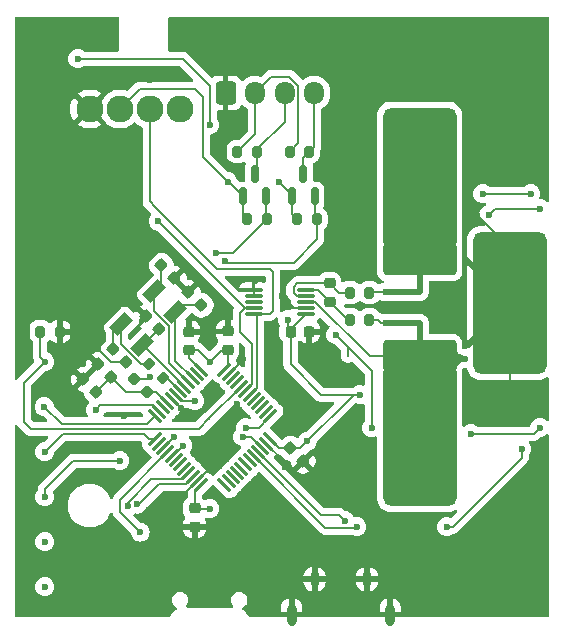
<source format=gbr>
%TF.GenerationSoftware,KiCad,Pcbnew,8.0.8-8.0.8-0~ubuntu24.04.1*%
%TF.CreationDate,2025-02-11T11:04:45-03:00*%
%TF.ProjectId,pm100,706d3130-302e-46b6-9963-61645f706362,rev?*%
%TF.SameCoordinates,Original*%
%TF.FileFunction,Copper,L1,Top*%
%TF.FilePolarity,Positive*%
%FSLAX46Y46*%
G04 Gerber Fmt 4.6, Leading zero omitted, Abs format (unit mm)*
G04 Created by KiCad (PCBNEW 8.0.8-8.0.8-0~ubuntu24.04.1) date 2025-02-11 11:04:45*
%MOMM*%
%LPD*%
G01*
G04 APERTURE LIST*
G04 Aperture macros list*
%AMRoundRect*
0 Rectangle with rounded corners*
0 $1 Rounding radius*
0 $2 $3 $4 $5 $6 $7 $8 $9 X,Y pos of 4 corners*
0 Add a 4 corners polygon primitive as box body*
4,1,4,$2,$3,$4,$5,$6,$7,$8,$9,$2,$3,0*
0 Add four circle primitives for the rounded corners*
1,1,$1+$1,$2,$3*
1,1,$1+$1,$4,$5*
1,1,$1+$1,$6,$7*
1,1,$1+$1,$8,$9*
0 Add four rect primitives between the rounded corners*
20,1,$1+$1,$2,$3,$4,$5,0*
20,1,$1+$1,$4,$5,$6,$7,0*
20,1,$1+$1,$6,$7,$8,$9,0*
20,1,$1+$1,$8,$9,$2,$3,0*%
%AMRotRect*
0 Rectangle, with rotation*
0 The origin of the aperture is its center*
0 $1 length*
0 $2 width*
0 $3 Rotation angle, in degrees counterclockwise*
0 Add horizontal line*
21,1,$1,$2,0,0,$3*%
G04 Aperture macros list end*
%TA.AperFunction,EtchedComponent*%
%ADD10C,0.500000*%
%TD*%
%TA.AperFunction,SMDPad,CuDef*%
%ADD11RoundRect,0.150000X0.150000X-0.587500X0.150000X0.587500X-0.150000X0.587500X-0.150000X-0.587500X0*%
%TD*%
%TA.AperFunction,SMDPad,CuDef*%
%ADD12RoundRect,0.270000X2.830000X1.080000X-2.830000X1.080000X-2.830000X-1.080000X2.830000X-1.080000X0*%
%TD*%
%TA.AperFunction,SMDPad,CuDef*%
%ADD13R,1.500000X0.500000*%
%TD*%
%TA.AperFunction,SMDPad,CuDef*%
%ADD14RoundRect,0.225000X0.335876X0.017678X0.017678X0.335876X-0.335876X-0.017678X-0.017678X-0.335876X0*%
%TD*%
%TA.AperFunction,SMDPad,CuDef*%
%ADD15RoundRect,0.225000X-0.335876X-0.017678X-0.017678X-0.335876X0.335876X0.017678X0.017678X0.335876X0*%
%TD*%
%TA.AperFunction,SMDPad,CuDef*%
%ADD16RoundRect,0.225000X0.250000X-0.225000X0.250000X0.225000X-0.250000X0.225000X-0.250000X-0.225000X0*%
%TD*%
%TA.AperFunction,SMDPad,CuDef*%
%ADD17RoundRect,0.200000X0.200000X0.275000X-0.200000X0.275000X-0.200000X-0.275000X0.200000X-0.275000X0*%
%TD*%
%TA.AperFunction,SMDPad,CuDef*%
%ADD18RoundRect,0.620000X2.480000X5.380000X-2.480000X5.380000X-2.480000X-5.380000X2.480000X-5.380000X0*%
%TD*%
%TA.AperFunction,SMDPad,CuDef*%
%ADD19RoundRect,0.075000X-0.521491X0.415425X0.415425X-0.521491X0.521491X-0.415425X-0.415425X0.521491X0*%
%TD*%
%TA.AperFunction,SMDPad,CuDef*%
%ADD20RoundRect,0.075000X-0.521491X-0.415425X-0.415425X-0.521491X0.521491X0.415425X0.415425X0.521491X0*%
%TD*%
%TA.AperFunction,SMDPad,CuDef*%
%ADD21RoundRect,0.075000X-0.650000X-0.075000X0.650000X-0.075000X0.650000X0.075000X-0.650000X0.075000X0*%
%TD*%
%TA.AperFunction,SMDPad,CuDef*%
%ADD22RoundRect,0.225000X-0.250000X0.225000X-0.250000X-0.225000X0.250000X-0.225000X0.250000X0.225000X0*%
%TD*%
%TA.AperFunction,ComponentPad*%
%ADD23C,2.286000*%
%TD*%
%TA.AperFunction,SMDPad,CuDef*%
%ADD24RotRect,1.000000X1.800000X315.000000*%
%TD*%
%TA.AperFunction,SMDPad,CuDef*%
%ADD25RoundRect,0.218750X-0.335876X-0.026517X-0.026517X-0.335876X0.335876X0.026517X0.026517X0.335876X0*%
%TD*%
%TA.AperFunction,SMDPad,CuDef*%
%ADD26RoundRect,0.200000X-0.335876X-0.053033X-0.053033X-0.335876X0.335876X0.053033X0.053033X0.335876X0*%
%TD*%
%TA.AperFunction,SMDPad,CuDef*%
%ADD27RotRect,1.000000X1.800000X135.000000*%
%TD*%
%TA.AperFunction,SMDPad,CuDef*%
%ADD28RoundRect,0.225000X-0.225000X-0.250000X0.225000X-0.250000X0.225000X0.250000X-0.225000X0.250000X0*%
%TD*%
%TA.AperFunction,ComponentPad*%
%ADD29RoundRect,0.250000X-0.600000X-0.725000X0.600000X-0.725000X0.600000X0.725000X-0.600000X0.725000X0*%
%TD*%
%TA.AperFunction,ComponentPad*%
%ADD30O,1.700000X1.950000*%
%TD*%
%TA.AperFunction,ComponentPad*%
%ADD31O,0.800000X1.900000*%
%TD*%
%TA.AperFunction,ComponentPad*%
%ADD32O,0.900000X1.150000*%
%TD*%
%TA.AperFunction,ViaPad*%
%ADD33C,0.600000*%
%TD*%
%TA.AperFunction,Conductor*%
%ADD34C,0.200000*%
%TD*%
G04 APERTURE END LIST*
D10*
%TO.C,R1*%
X161290000Y-66518000D02*
X159690000Y-66518000D01*
X161290000Y-66518000D02*
X161290000Y-65068000D01*
X161290000Y-69118000D02*
X159690000Y-69118000D01*
X161290000Y-70568000D02*
X161290000Y-69118000D01*
%TD*%
D11*
%TO.P,Q8,1,G*%
%TO.N,+3V3*%
X150500000Y-58390000D03*
%TO.P,Q8,2,S*%
%TO.N,SLAVE_SDA*%
X152400000Y-58390000D03*
%TO.P,Q8,3,D*%
%TO.N,Net-(J5-Pin_4)*%
X151450000Y-56514999D03*
%TD*%
D12*
%TO.P,R1,1,1*%
%TO.N,+BATT*%
X161290000Y-71918000D03*
D13*
%TO.P,R1,2,2*%
%TO.N,Net-(R1-Pad2)*%
X158940000Y-69118000D03*
%TO.P,R1,3,3*%
%TO.N,Net-(R1-Pad3)*%
X158940000Y-66518000D03*
D12*
%TO.P,R1,4,4*%
%TO.N,Net-(J2-Pin_1)*%
X161290000Y-63718000D03*
%TD*%
D14*
%TO.P,C20,1*%
%TO.N,GND*%
X136438008Y-72430008D03*
%TO.P,C20,2*%
%TO.N,Net-(C20-Pad2)*%
X135341992Y-71333992D03*
%TD*%
D15*
%TO.P,C15,1*%
%TO.N,GND*%
X134071992Y-72603992D03*
%TO.P,C15,2*%
%TO.N,Net-(U2-VDDA)*%
X135168008Y-73700008D03*
%TD*%
D11*
%TO.P,Q7,1,G*%
%TO.N,+3V3*%
X146370000Y-58390001D03*
%TO.P,Q7,2,S*%
%TO.N,SLAVE_SCL*%
X148270000Y-58390001D03*
%TO.P,Q7,3,D*%
%TO.N,Net-(J5-Pin_3)*%
X147320000Y-56515000D03*
%TD*%
D16*
%TO.P,C14,1*%
%TO.N,GND*%
X142240000Y-86360000D03*
%TO.P,C14,2*%
%TO.N,+3V3*%
X142240000Y-84810000D03*
%TD*%
D15*
%TO.P,C17,1*%
%TO.N,GND*%
X132801992Y-73873992D03*
%TO.P,C17,2*%
%TO.N,Net-(U2-VDDA)*%
X133898008Y-74970008D03*
%TD*%
D17*
%TO.P,R24,1*%
%TO.N,Net-(R1-Pad2)*%
X157035000Y-68834000D03*
%TO.P,R24,2*%
%TO.N,Net-(U8-Vin+)*%
X155385000Y-68834000D03*
%TD*%
%TO.P,R25,1*%
%TO.N,Net-(R1-Pad3)*%
X157035000Y-66548000D03*
%TO.P,R25,2*%
%TO.N,Net-(U8-Vin-)*%
X155385000Y-66548000D03*
%TD*%
D18*
%TO.P,J4,1,Pin_1*%
%TO.N,GND*%
X168910000Y-67410000D03*
%TD*%
D19*
%TO.P,U2,1,VDD*%
%TO.N,+3V3*%
X142765212Y-73090124D03*
%TO.P,U2,2,PC13*%
%TO.N,unconnected-(U2-PC13-Pad2)*%
X142411658Y-73443678D03*
%TO.P,U2,3,PC14*%
%TO.N,Net-(U2-PC14)*%
X142058105Y-73797231D03*
%TO.P,U2,4,PC15*%
%TO.N,Net-(U2-PC15)*%
X141704551Y-74150785D03*
%TO.P,U2,5,PH0*%
%TO.N,Net-(U2-PH0)*%
X141350998Y-74504338D03*
%TO.P,U2,6,PH1*%
%TO.N,Net-(U2-PH1)*%
X140997445Y-74857891D03*
%TO.P,U2,7,NRST*%
%TO.N,Net-(J10-Pin_1)*%
X140643891Y-75211445D03*
%TO.P,U2,8,VSSA*%
%TO.N,GND*%
X140290338Y-75564998D03*
%TO.P,U2,9,VDDA*%
%TO.N,Net-(U2-VDDA)*%
X139936785Y-75918551D03*
%TO.P,U2,10,PA0*%
%TO.N,unconnected-(U2-PA0-Pad10)*%
X139583231Y-76272105D03*
%TO.P,U2,11,PA1*%
%TO.N,LED*%
X139229678Y-76625658D03*
%TO.P,U2,12,PA2*%
%TO.N,Net-(J12-Pin_1)*%
X138876124Y-76979212D03*
D20*
%TO.P,U2,13,PA3*%
%TO.N,Net-(J13-Pin_1)*%
X138876124Y-78976788D03*
%TO.P,U2,14,PA4*%
%TO.N,unconnected-(U2-PA4-Pad14)*%
X139229678Y-79330342D03*
%TO.P,U2,15,PA5*%
%TO.N,PWM-INPUT*%
X139583231Y-79683895D03*
%TO.P,U2,16,PA6*%
%TO.N,AN-CLASSE*%
X139936785Y-80037449D03*
%TO.P,U2,17,PA7*%
%TO.N,PWM-OUTPUT*%
X140290338Y-80391002D03*
%TO.P,U2,18,PB0*%
%TO.N,unconnected-(U2-PB0-Pad18)*%
X140643891Y-80744555D03*
%TO.P,U2,19,PB1*%
%TO.N,unconnected-(U2-PB1-Pad19)*%
X140997445Y-81098109D03*
%TO.P,U2,20,PB2*%
%TO.N,unconnected-(U2-PB2-Pad20)*%
X141350998Y-81451662D03*
%TO.P,U2,21,PB10*%
%TO.N,SLAVE_SCL*%
X141704551Y-81805215D03*
%TO.P,U2,22,PB11*%
%TO.N,SLAVE_SDA*%
X142058105Y-82158769D03*
%TO.P,U2,23,VSS*%
%TO.N,GND*%
X142411658Y-82512322D03*
%TO.P,U2,24,VDD*%
%TO.N,+3V3*%
X142765212Y-82865876D03*
D19*
%TO.P,U2,25,PB12*%
%TO.N,unconnected-(U2-PB12-Pad25)*%
X144762788Y-82865876D03*
%TO.P,U2,26,PB13*%
%TO.N,unconnected-(U2-PB13-Pad26)*%
X145116342Y-82512322D03*
%TO.P,U2,27,PB14*%
%TO.N,unconnected-(U2-PB14-Pad27)*%
X145469895Y-82158769D03*
%TO.P,U2,28,PB15*%
%TO.N,unconnected-(U2-PB15-Pad28)*%
X145823449Y-81805215D03*
%TO.P,U2,29,PA8*%
%TO.N,unconnected-(U2-PA8-Pad29)*%
X146177002Y-81451662D03*
%TO.P,U2,30,PA9*%
%TO.N,unconnected-(U2-PA9-Pad30)*%
X146530555Y-81098109D03*
%TO.P,U2,31,PA10*%
%TO.N,unconnected-(U2-PA10-Pad31)*%
X146884109Y-80744555D03*
%TO.P,U2,32,PA11*%
%TO.N,USB_DM*%
X147237662Y-80391002D03*
%TO.P,U2,33,PA12*%
%TO.N,USB_DP*%
X147591215Y-80037449D03*
%TO.P,U2,34,PA13*%
%TO.N,Net-(J8-Pin_1)*%
X147944769Y-79683895D03*
%TO.P,U2,35,VSS*%
%TO.N,GND*%
X148298322Y-79330342D03*
%TO.P,U2,36,VDD_USB*%
%TO.N,+3V3*%
X148651876Y-78976788D03*
D20*
%TO.P,U2,37,PA14*%
%TO.N,Net-(J9-Pin_1)*%
X148651876Y-76979212D03*
%TO.P,U2,38,PA15*%
%TO.N,unconnected-(U2-PA15-Pad38)*%
X148298322Y-76625658D03*
%TO.P,U2,39,PB3*%
%TO.N,unconnected-(U2-PB3-Pad39)*%
X147944769Y-76272105D03*
%TO.P,U2,40,PB4*%
%TO.N,unconnected-(U2-PB4-Pad40)*%
X147591215Y-75918551D03*
%TO.P,U2,41,PB5*%
%TO.N,unconnected-(U2-PB5-Pad41)*%
X147237662Y-75564998D03*
%TO.P,U2,42,PB6*%
%TO.N,I2C-SCL*%
X146884109Y-75211445D03*
%TO.P,U2,43,PB7*%
%TO.N,I2C-SDA*%
X146530555Y-74857891D03*
%TO.P,U2,44,BOOT0*%
%TO.N,Net-(J14-Pin_1)*%
X146177002Y-74504338D03*
%TO.P,U2,45,PB8*%
%TO.N,unconnected-(U2-PB8-Pad45)*%
X145823449Y-74150785D03*
%TO.P,U2,46,PB9*%
%TO.N,unconnected-(U2-PB9-Pad46)*%
X145469895Y-73797231D03*
%TO.P,U2,47,VSS*%
%TO.N,GND*%
X145116342Y-73443678D03*
%TO.P,U2,48,VDD*%
%TO.N,+3V3*%
X144762788Y-73090124D03*
%TD*%
D21*
%TO.P,U8,1,A1*%
%TO.N,GND*%
X147238000Y-66326000D03*
%TO.P,U8,2,A0*%
X147238000Y-66826000D03*
%TO.P,U8,3,~{Alert}*%
%TO.N,unconnected-(U8-~{Alert}-Pad3)*%
X147238000Y-67326000D03*
%TO.P,U8,4,SDA*%
%TO.N,I2C-SDA*%
X147238000Y-67826000D03*
%TO.P,U8,5,SCL*%
%TO.N,I2C-SCL*%
X147238000Y-68326000D03*
%TO.P,U8,6,VS*%
%TO.N,+3V3*%
X151638000Y-68326000D03*
%TO.P,U8,7,GND*%
%TO.N,GND*%
X151638000Y-67826000D03*
%TO.P,U8,8,Vbus*%
%TO.N,+BATT*%
X151638000Y-67326000D03*
%TO.P,U8,9,Vin-*%
%TO.N,Net-(U8-Vin-)*%
X151638000Y-66826000D03*
%TO.P,U8,10,Vin+*%
%TO.N,Net-(U8-Vin+)*%
X151638000Y-66326000D03*
%TD*%
D18*
%TO.P,J1,1,Pin_1*%
%TO.N,+BATT*%
X161290000Y-78586000D03*
%TD*%
D22*
%TO.P,C13,1*%
%TO.N,GND*%
X145034000Y-69837000D03*
%TO.P,C13,2*%
%TO.N,+3V3*%
X145034000Y-71387000D03*
%TD*%
%TO.P,C12,1*%
%TO.N,GND*%
X141732000Y-69850000D03*
%TO.P,C12,2*%
%TO.N,+3V3*%
X141732000Y-71400000D03*
%TD*%
D15*
%TO.P,C22,1*%
%TO.N,Net-(U2-PC15)*%
X139405992Y-64221992D03*
%TO.P,C22,2*%
%TO.N,GND*%
X140502008Y-65318008D03*
%TD*%
D23*
%TO.P,J11,1,Pin_1*%
%TO.N,GND*%
X133350000Y-51000000D03*
%TO.P,J11,2,Pin_2*%
%TO.N,+3V3*%
X135890000Y-51000000D03*
%TO.P,J11,3,Pin_3*%
%TO.N,I2C-SCL*%
X138430000Y-51000000D03*
%TO.P,J11,4,Pin_4*%
%TO.N,I2C-SDA*%
X140970000Y-51000000D03*
%TD*%
D17*
%TO.P,R11,1*%
%TO.N,Net-(J5-Pin_4)*%
X151955000Y-54610000D03*
%TO.P,R11,2*%
%TO.N,Net-(J5-Pin_2)*%
X150305000Y-54610000D03*
%TD*%
D22*
%TO.P,C2,1*%
%TO.N,Net-(U8-Vin-)*%
X153670000Y-65773000D03*
%TO.P,C2,2*%
%TO.N,Net-(U8-Vin+)*%
X153670000Y-67323000D03*
%TD*%
D24*
%TO.P,Y1,1,1*%
%TO.N,Net-(U2-PC14)*%
X140583883Y-68193883D03*
%TO.P,Y1,2,2*%
%TO.N,Net-(U2-PC15)*%
X138816117Y-66426117D03*
%TD*%
D15*
%TO.P,C21,1*%
%TO.N,GND*%
X141691992Y-66507992D03*
%TO.P,C21,2*%
%TO.N,Net-(U2-PC14)*%
X142788008Y-67604008D03*
%TD*%
D25*
%TO.P,L1,1*%
%TO.N,+3V3*%
X137111153Y-73865153D03*
%TO.P,L1,2*%
%TO.N,Net-(U2-VDDA)*%
X138224847Y-74978847D03*
%TD*%
D18*
%TO.P,J2,1,Pin_1*%
%TO.N,Net-(J2-Pin_1)*%
X161290000Y-56896000D03*
%TD*%
D14*
%TO.P,C19,1*%
%TO.N,Net-(U2-PH0)*%
X139232008Y-69636008D03*
%TO.P,C19,2*%
%TO.N,GND*%
X138135992Y-68539992D03*
%TD*%
D26*
%TO.P,R27,1*%
%TO.N,Net-(C20-Pad2)*%
X138354637Y-72568637D03*
%TO.P,R27,2*%
%TO.N,Net-(U2-PH1)*%
X139521363Y-73735363D03*
%TD*%
D17*
%TO.P,R12,1*%
%TO.N,GND*%
X130810000Y-69850000D03*
%TO.P,R12,2*%
%TO.N,Net-(J14-Pin_1)*%
X129160000Y-69850000D03*
%TD*%
D27*
%TO.P,Y2,1,1*%
%TO.N,Net-(C20-Pad2)*%
X136022117Y-69220117D03*
%TO.P,Y2,2,2*%
%TO.N,Net-(U2-PH0)*%
X137789883Y-70987883D03*
%TD*%
D17*
%TO.P,R9,1*%
%TO.N,SLAVE_SCL*%
X148335000Y-60325000D03*
%TO.P,R9,2*%
%TO.N,+3V3*%
X146685000Y-60325000D03*
%TD*%
%TO.P,R8,1*%
%TO.N,Net-(J5-Pin_3)*%
X147510000Y-54610000D03*
%TO.P,R8,2*%
%TO.N,Net-(J5-Pin_2)*%
X145860000Y-54610000D03*
%TD*%
%TO.P,R10,1*%
%TO.N,SLAVE_SDA*%
X152590000Y-60325000D03*
%TO.P,R10,2*%
%TO.N,+3V3*%
X150940000Y-60325000D03*
%TD*%
D14*
%TO.P,C18,1*%
%TO.N,GND*%
X151424008Y-80812008D03*
%TO.P,C18,2*%
%TO.N,+3V3*%
X150327992Y-79715992D03*
%TD*%
D28*
%TO.P,C1,1*%
%TO.N,+3V3*%
X150355000Y-69850000D03*
%TO.P,C1,2*%
%TO.N,GND*%
X151905000Y-69850000D03*
%TD*%
D29*
%TO.P,J5,1,Pin_1*%
%TO.N,GND*%
X144850000Y-49650000D03*
D30*
%TO.P,J5,2,Pin_2*%
%TO.N,Net-(J5-Pin_2)*%
X147350000Y-49650000D03*
%TO.P,J5,3,Pin_3*%
%TO.N,Net-(J5-Pin_3)*%
X149850000Y-49650000D03*
%TO.P,J5,4,Pin_4*%
%TO.N,Net-(J5-Pin_4)*%
X152350000Y-49650000D03*
%TD*%
D31*
%TO.P,J3,6,Shield*%
%TO.N,GND*%
X158795000Y-93800000D03*
D32*
X156845000Y-90800000D03*
X152395000Y-90800000D03*
D31*
X150445000Y-93800000D03*
%TD*%
D33*
%TO.N,GND*%
X133858000Y-71120000D03*
X146304000Y-72136000D03*
X143510000Y-81534000D03*
X132080000Y-74676000D03*
X144780000Y-51562000D03*
X145796000Y-75946000D03*
X165354000Y-74168000D03*
X149606000Y-66802000D03*
X166116000Y-59944000D03*
X166116000Y-77470000D03*
X147320000Y-65532000D03*
X141224000Y-83566000D03*
X152400000Y-72136000D03*
X149606000Y-74168000D03*
X136266289Y-77028827D03*
X134366000Y-53086000D03*
X143764000Y-74930000D03*
X163322000Y-67818000D03*
X149860000Y-81280000D03*
X152400000Y-64516000D03*
X138430000Y-48514000D03*
X133096000Y-43942000D03*
X141110025Y-76340025D03*
X170942000Y-87122000D03*
X142494000Y-79248000D03*
%TO.N,+3V3*%
X151765000Y-79121000D03*
X145034000Y-57150000D03*
X156210000Y-75184000D03*
X143510000Y-84836000D03*
X150114000Y-68834000D03*
X143510000Y-72390000D03*
X149352000Y-57150000D03*
X138430000Y-73660000D03*
%TO.N,+5V*%
X154178000Y-70104000D03*
X157226000Y-77978000D03*
%TO.N,+BATT*%
X165100000Y-72136000D03*
%TO.N,PWM-INPUT*%
X140462000Y-78740000D03*
%TO.N,PWM-OUTPUT*%
X167132000Y-59944000D03*
X165608000Y-78486000D03*
X171450000Y-59436000D03*
X141224000Y-79502000D03*
X171450000Y-77978000D03*
%TO.N,AN-CLASSE*%
X137619620Y-86819620D03*
%TO.N,I2C-SDA*%
X139149295Y-60494705D03*
%TO.N,SLAVE_SDA*%
X144780000Y-63866000D03*
X137391380Y-84447380D03*
%TO.N,LED*%
X133858000Y-76454000D03*
%TO.N,SLAVE_SCL*%
X144054689Y-63216000D03*
X136555126Y-84599638D03*
%TO.N,Net-(J12-Pin_1)*%
X129511000Y-76200000D03*
%TO.N,Net-(J13-Pin_1)*%
X129540000Y-80010000D03*
%TO.N,Net-(J14-Pin_1)*%
X129540000Y-72390000D03*
%TO.N,VDC*%
X166624000Y-58166000D03*
X143510000Y-52324000D03*
X132334000Y-46736000D03*
X170688000Y-58166000D03*
X163576000Y-86360000D03*
X169926000Y-79756000D03*
%TO.N,USB_DM*%
X155956000Y-86360000D03*
%TO.N,USB_DP*%
X154940000Y-85852000D03*
%TO.N,Net-(J8-Pin_1)*%
X146304000Y-78740000D03*
X129540000Y-91440000D03*
%TO.N,Net-(J9-Pin_1)*%
X129540000Y-87630000D03*
X146558000Y-77978000D03*
%TO.N,Net-(J10-Pin_1)*%
X129540000Y-83820000D03*
X142240000Y-75692000D03*
X135890000Y-80772000D03*
%TD*%
D34*
%TO.N,GND*%
X140334998Y-75564998D02*
X141110025Y-76340025D01*
X135168008Y-72430008D02*
X133858000Y-71120000D01*
X141357980Y-83566000D02*
X141224000Y-83566000D01*
X142411658Y-82512322D02*
X141357980Y-83566000D01*
X168910000Y-74676000D02*
X166116000Y-77470000D01*
X150630000Y-67826000D02*
X149606000Y-66802000D01*
X140290338Y-75564998D02*
X140334998Y-75564998D01*
X136438008Y-72430008D02*
X135168008Y-72430008D01*
X147238000Y-65614000D02*
X147320000Y-65532000D01*
X147238000Y-66826000D02*
X147238000Y-66326000D01*
X147238000Y-66326000D02*
X147238000Y-65614000D01*
X143389980Y-81534000D02*
X143510000Y-81534000D01*
X149860000Y-80892020D02*
X149860000Y-81280000D01*
X168910000Y-62738000D02*
X166116000Y-59944000D01*
X142411658Y-82512322D02*
X143389980Y-81534000D01*
X148298322Y-79330342D02*
X149860000Y-80892020D01*
X145116342Y-73443678D02*
X146304000Y-72256020D01*
X168910000Y-67410000D02*
X168910000Y-74676000D01*
X151638000Y-67826000D02*
X150630000Y-67826000D01*
X168910000Y-67410000D02*
X168910000Y-62738000D01*
X146304000Y-72256020D02*
X146304000Y-72136000D01*
%TO.N,+3V3*%
X150114000Y-68834000D02*
X150114000Y-69609000D01*
X151638000Y-68326000D02*
X150355000Y-69609000D01*
X137614000Y-49276000D02*
X135890000Y-51000000D01*
X150500000Y-58390000D02*
X150500000Y-59885000D01*
X152908000Y-75184000D02*
X150355000Y-72631000D01*
X150355000Y-69609000D02*
X150355000Y-69850000D01*
X143510000Y-84836000D02*
X142266000Y-84836000D01*
X145129999Y-57150000D02*
X145034000Y-57150000D01*
X151170008Y-79715992D02*
X150327992Y-79715992D01*
X143510000Y-72390000D02*
X142520000Y-71400000D01*
X156210000Y-75184000D02*
X155702000Y-75184000D01*
X156210000Y-75184000D02*
X152908000Y-75184000D01*
X142910000Y-55026000D02*
X142910000Y-49946000D01*
X142520000Y-71400000D02*
X141732000Y-71400000D01*
X149391080Y-79715992D02*
X148651876Y-78976788D01*
X150500000Y-59885000D02*
X150940000Y-60325000D01*
X141732000Y-72056912D02*
X141732000Y-71400000D01*
X142910000Y-49946000D02*
X142240000Y-49276000D01*
X142240000Y-83391088D02*
X142765212Y-82865876D01*
X146370000Y-60010000D02*
X146685000Y-60325000D01*
X144513000Y-71387000D02*
X145034000Y-71387000D01*
X150500000Y-58390000D02*
X150500000Y-58298000D01*
X146370000Y-58390001D02*
X146370000Y-60010000D01*
X155702000Y-75184000D02*
X151170008Y-79715992D01*
X146370000Y-58390001D02*
X145129999Y-57150000D01*
X150355000Y-72631000D02*
X150355000Y-69850000D01*
X143510000Y-72390000D02*
X144513000Y-71387000D01*
X142240000Y-84810000D02*
X142240000Y-83391088D01*
X138224847Y-73865153D02*
X138430000Y-73660000D01*
X137111153Y-73865153D02*
X138224847Y-73865153D01*
X150327992Y-79715992D02*
X149391080Y-79715992D01*
X142240000Y-49276000D02*
X137614000Y-49276000D01*
X145034000Y-71387000D02*
X145034000Y-72818912D01*
X150500000Y-58298000D02*
X149352000Y-57150000D01*
X142266000Y-84836000D02*
X142240000Y-84810000D01*
X145034000Y-72818912D02*
X144762788Y-73090124D01*
X145034000Y-57150000D02*
X142910000Y-55026000D01*
X150114000Y-69609000D02*
X150355000Y-69850000D01*
X142765212Y-73090124D02*
X141732000Y-72056912D01*
%TO.N,+5V*%
X155194000Y-71120000D02*
X157226000Y-73152000D01*
X155194000Y-71882000D02*
X155194000Y-71120000D01*
X155194000Y-71120000D02*
X154178000Y-70104000D01*
X157226000Y-73152000D02*
X157226000Y-77978000D01*
%TO.N,+BATT*%
X165100000Y-72136000D02*
X164882000Y-71918000D01*
X152449304Y-67326000D02*
X157041304Y-71918000D01*
X157041304Y-71918000D02*
X161290000Y-71918000D01*
X164882000Y-71918000D02*
X161290000Y-71918000D01*
X151638000Y-67326000D02*
X152449304Y-67326000D01*
%TO.N,Net-(J5-Pin_3)*%
X147510000Y-54420000D02*
X149850000Y-52080000D01*
X147510000Y-54610000D02*
X147510000Y-54420000D01*
X147510000Y-56325000D02*
X147320000Y-56515000D01*
X149850000Y-52080000D02*
X149850000Y-49650000D01*
X147510000Y-54610000D02*
X147510000Y-56325000D01*
%TO.N,Net-(J5-Pin_4)*%
X152350000Y-54215000D02*
X151955000Y-54610000D01*
X151450000Y-55115000D02*
X151955000Y-54610000D01*
X151450000Y-56514999D02*
X151450000Y-55115000D01*
X152350000Y-49650000D02*
X152350000Y-54215000D01*
%TO.N,Net-(J5-Pin_2)*%
X150211346Y-48260000D02*
X148740000Y-48260000D01*
X147350000Y-49650000D02*
X147350000Y-53120000D01*
X151000000Y-49048654D02*
X150211346Y-48260000D01*
X150305000Y-54610000D02*
X151000000Y-53915000D01*
X148740000Y-48260000D02*
X147350000Y-49650000D01*
X151000000Y-53915000D02*
X151000000Y-49048654D01*
X147350000Y-53120000D02*
X145860000Y-54610000D01*
%TO.N,PWM-INPUT*%
X140462000Y-78740000D02*
X140462000Y-78805126D01*
X140462000Y-78805126D02*
X139583231Y-79683895D01*
%TO.N,PWM-OUTPUT*%
X170942000Y-78486000D02*
X171450000Y-77978000D01*
X140334998Y-80391002D02*
X141224000Y-79502000D01*
X140290338Y-80391002D02*
X140334998Y-80391002D01*
X171450000Y-59436000D02*
X167640000Y-59436000D01*
X165608000Y-78486000D02*
X170942000Y-78486000D01*
X167640000Y-59436000D02*
X167132000Y-59944000D01*
%TO.N,Net-(U8-Vin+)*%
X153670000Y-67170000D02*
X153276000Y-67170000D01*
X153670000Y-67323000D02*
X155181000Y-68834000D01*
X155181000Y-68834000D02*
X155385000Y-68834000D01*
X152673000Y-66326000D02*
X153670000Y-67323000D01*
X151638000Y-66326000D02*
X152673000Y-66326000D01*
%TO.N,Net-(U8-Vin-)*%
X150613000Y-66093590D02*
X150933590Y-65773000D01*
X150880590Y-66826000D02*
X150613000Y-66558410D01*
X155385000Y-66548000D02*
X154445000Y-66548000D01*
X150613000Y-66558410D02*
X150613000Y-66093590D01*
X151638000Y-66826000D02*
X150880590Y-66826000D01*
X154445000Y-66548000D02*
X153670000Y-65773000D01*
X150933590Y-65773000D02*
X153670000Y-65773000D01*
%TO.N,AN-CLASSE*%
X139936785Y-80037449D02*
X135900234Y-84074000D01*
X135900234Y-84074000D02*
X135900234Y-85100234D01*
X135900234Y-85100234D02*
X137619620Y-86819620D01*
%TO.N,I2C-SCL*%
X138430000Y-57658000D02*
X138430000Y-58674000D01*
X148590000Y-64516000D02*
X144114762Y-64516000D01*
X146884109Y-75211445D02*
X147474963Y-74620591D01*
X138430000Y-51000000D02*
X138430000Y-57658000D01*
X147474963Y-74620591D02*
X147474963Y-68562963D01*
X148844000Y-64770000D02*
X148590000Y-64516000D01*
X148590000Y-68326000D02*
X148844000Y-68072000D01*
X144114762Y-64516000D02*
X144066381Y-64467619D01*
X138430000Y-57658000D02*
X138430000Y-58831238D01*
X138430000Y-58831238D02*
X138859381Y-59260619D01*
X147474963Y-68562963D02*
X147238000Y-68326000D01*
X148844000Y-68072000D02*
X148844000Y-64770000D01*
X147238000Y-68326000D02*
X148590000Y-68326000D01*
X138859381Y-59260619D02*
X144066381Y-64467619D01*
%TO.N,I2C-SDA*%
X146050000Y-68256590D02*
X146480590Y-67826000D01*
X139276295Y-60621705D02*
X139149295Y-60494705D01*
X147074963Y-70874963D02*
X146050000Y-69850000D01*
X147074963Y-74313483D02*
X147074963Y-70874963D01*
X146530555Y-74857891D02*
X147074963Y-74313483D01*
X146050000Y-69850000D02*
X146050000Y-68256590D01*
X146480590Y-67826000D02*
X147238000Y-67826000D01*
X146480590Y-67826000D02*
X139276295Y-60621705D01*
%TO.N,SLAVE_SDA*%
X152590000Y-62040000D02*
X150622000Y-64008000D01*
X142058105Y-82158769D02*
X141467251Y-82749623D01*
X141467251Y-82749623D02*
X139246377Y-82749623D01*
X152590000Y-60325000D02*
X152590000Y-62040000D01*
X150622000Y-64008000D02*
X144922000Y-64008000D01*
X152400000Y-60135000D02*
X152590000Y-60325000D01*
X139246377Y-82749623D02*
X137548620Y-84447380D01*
X144922000Y-64008000D02*
X144780000Y-63866000D01*
X152400000Y-58390000D02*
X152400000Y-60135000D01*
X137548620Y-84447380D02*
X137391380Y-84447380D01*
%TO.N,LED*%
X134230749Y-76081251D02*
X133858000Y-76454000D01*
X139229678Y-76625658D02*
X138685271Y-76081251D01*
X138685271Y-76081251D02*
X134230749Y-76081251D01*
%TO.N,SLAVE_SCL*%
X148335000Y-60325000D02*
X145444000Y-63216000D01*
X136555126Y-84364395D02*
X136555126Y-84599638D01*
X148270000Y-60260000D02*
X148335000Y-60325000D01*
X138569898Y-82349623D02*
X136555126Y-84364395D01*
X141704551Y-81805215D02*
X141160143Y-82349623D01*
X148270000Y-58390001D02*
X148270000Y-60260000D01*
X145444000Y-63216000D02*
X144054689Y-63216000D01*
X141160143Y-82349623D02*
X138569898Y-82349623D01*
%TO.N,Net-(J12-Pin_1)*%
X130989827Y-77678827D02*
X129511000Y-76200000D01*
X138876124Y-76979212D02*
X138176509Y-77678827D01*
X138176509Y-77678827D02*
X130989827Y-77678827D01*
%TO.N,Net-(J13-Pin_1)*%
X138412788Y-78976788D02*
X137922000Y-78486000D01*
X138876124Y-78976788D02*
X138412788Y-78976788D01*
X137922000Y-78486000D02*
X131064000Y-78486000D01*
X131064000Y-78486000D02*
X129540000Y-80010000D01*
%TO.N,Net-(J14-Pin_1)*%
X128370827Y-78078827D02*
X127762000Y-77470000D01*
X143487670Y-77193670D02*
X143465340Y-77216000D01*
X127762000Y-74168000D02*
X129540000Y-72390000D01*
X129160000Y-69850000D02*
X129160000Y-72010000D01*
X127762000Y-77470000D02*
X127762000Y-74168000D01*
X140716000Y-78078827D02*
X142602513Y-78078827D01*
X140716000Y-78078827D02*
X128370827Y-78078827D01*
X142602513Y-78078827D02*
X143487670Y-77193670D01*
X129160000Y-72010000D02*
X129540000Y-72390000D01*
X141123173Y-78078827D02*
X140716000Y-78078827D01*
X146177002Y-74504338D02*
X143487670Y-77193670D01*
%TO.N,Net-(R1-Pad3)*%
X158940000Y-66518000D02*
X157065000Y-66518000D01*
X157065000Y-66518000D02*
X157035000Y-66548000D01*
%TO.N,Net-(R1-Pad2)*%
X157734000Y-68834000D02*
X158018000Y-69118000D01*
X157035000Y-68834000D02*
X157734000Y-68834000D01*
X158018000Y-69118000D02*
X158940000Y-69118000D01*
%TO.N,VDC*%
X143510000Y-52324000D02*
X143510000Y-50546000D01*
X143510000Y-49022000D02*
X143002000Y-48514000D01*
X141224000Y-46736000D02*
X132334000Y-46736000D01*
X163576000Y-86360000D02*
X164084000Y-86360000D01*
X143002000Y-48514000D02*
X141224000Y-46736000D01*
X143510000Y-50546000D02*
X143510000Y-49022000D01*
X164084000Y-86360000D02*
X169926000Y-80518000D01*
X170688000Y-58166000D02*
X166624000Y-58166000D01*
X169926000Y-80518000D02*
X169926000Y-79756000D01*
%TO.N,USB_DM*%
X155864000Y-86452000D02*
X155956000Y-86360000D01*
X147237662Y-80391002D02*
X153298660Y-86452000D01*
X153298660Y-86452000D02*
X155864000Y-86452000D01*
%TO.N,USB_DP*%
X147591215Y-80037449D02*
X152897766Y-85344000D01*
X152897766Y-85344000D02*
X154432000Y-85344000D01*
X154432000Y-85344000D02*
X154940000Y-85852000D01*
%TO.N,Net-(U2-VDDA)*%
X135168008Y-73700008D02*
X136446847Y-74978847D01*
X136446847Y-74978847D02*
X138224847Y-74978847D01*
X139936785Y-75918551D02*
X138997081Y-74978847D01*
X138997081Y-74978847D02*
X138224847Y-74978847D01*
X133898008Y-74970008D02*
X135168008Y-73700008D01*
%TO.N,Net-(U2-PH0)*%
X139232008Y-69636008D02*
X137880133Y-70987883D01*
X141350998Y-74468980D02*
X137869901Y-70987883D01*
X137869901Y-70987883D02*
X137789883Y-70987883D01*
X137880133Y-70987883D02*
X137789883Y-70987883D01*
X141350998Y-74504338D02*
X141350998Y-74468980D01*
%TO.N,Net-(C20-Pad2)*%
X136022117Y-69220117D02*
X136022117Y-70918101D01*
X137672653Y-72568637D02*
X136438008Y-71333992D01*
X135341992Y-69900242D02*
X135341992Y-71333992D01*
X136022117Y-70918101D02*
X136438008Y-71333992D01*
X138354637Y-72568637D02*
X137672653Y-72568637D01*
X136022117Y-69220117D02*
X135341992Y-69900242D01*
%TO.N,Net-(U2-PC14)*%
X140583883Y-68193883D02*
X140583883Y-72323009D01*
X141173758Y-67604008D02*
X140583883Y-68193883D01*
X140583883Y-72323009D02*
X142058105Y-73797231D01*
X142788008Y-67604008D02*
X141173758Y-67604008D01*
%TO.N,Net-(U2-PC15)*%
X139405992Y-65836242D02*
X138816117Y-66426117D01*
X141704551Y-74150785D02*
X140097292Y-72543526D01*
X139405992Y-64221992D02*
X139405992Y-65836242D01*
X140097292Y-72543526D02*
X140097292Y-69405276D01*
X140097292Y-69405276D02*
X138816117Y-68124101D01*
X138816117Y-68124101D02*
X138816117Y-66426117D01*
%TO.N,Net-(J8-Pin_1)*%
X146304000Y-78740000D02*
X147000874Y-78740000D01*
X147000874Y-78740000D02*
X147944769Y-79683895D01*
%TO.N,Net-(J9-Pin_1)*%
X148651876Y-76979212D02*
X147653088Y-77978000D01*
X147653088Y-77978000D02*
X146558000Y-77978000D01*
%TO.N,Net-(J10-Pin_1)*%
X140714603Y-75211445D02*
X141259010Y-75755852D01*
X131970000Y-80772000D02*
X130755000Y-81987000D01*
X129540000Y-83202000D02*
X129540000Y-83820000D01*
X135890000Y-80772000D02*
X131970000Y-80772000D01*
X142176148Y-75755852D02*
X142240000Y-75692000D01*
X141259010Y-75755852D02*
X142176148Y-75755852D01*
X140643891Y-75211445D02*
X140714603Y-75211445D01*
X130755000Y-81987000D02*
X129540000Y-83202000D01*
%TO.N,Net-(U2-PH1)*%
X139521363Y-73735363D02*
X139874917Y-73735363D01*
X139874917Y-73735363D02*
X140997445Y-74857891D01*
%TD*%
%TA.AperFunction,Conductor*%
%TO.N,+BATT*%
G36*
X160491066Y-70592685D02*
G01*
X160536821Y-70645489D01*
X160545644Y-70672808D01*
X160568340Y-70786907D01*
X160568343Y-70786917D01*
X160624912Y-70923488D01*
X160624919Y-70923501D01*
X160707048Y-71046415D01*
X160707051Y-71046419D01*
X160811580Y-71150948D01*
X160811584Y-71150951D01*
X160934498Y-71233080D01*
X160934511Y-71233087D01*
X161071082Y-71289656D01*
X161071087Y-71289658D01*
X161071091Y-71289658D01*
X161071092Y-71289659D01*
X161216079Y-71318500D01*
X161216082Y-71318500D01*
X161363920Y-71318500D01*
X161461462Y-71299096D01*
X161508913Y-71289658D01*
X161645495Y-71233084D01*
X161768416Y-71150951D01*
X161872951Y-71046416D01*
X161955084Y-70923495D01*
X162011658Y-70786913D01*
X162026464Y-70712481D01*
X162034356Y-70672808D01*
X162066741Y-70610897D01*
X162127457Y-70576323D01*
X162155973Y-70573000D01*
X162164500Y-70573000D01*
X164005907Y-70573000D01*
X164018061Y-70573597D01*
X164194939Y-70591018D01*
X164218765Y-70595756D01*
X164229529Y-70599021D01*
X164259507Y-70612687D01*
X164274445Y-70622073D01*
X164296151Y-70639384D01*
X164318613Y-70661846D01*
X164335926Y-70683555D01*
X164352836Y-70710467D01*
X164364883Y-70735484D01*
X164375375Y-70765468D01*
X164381554Y-70792539D01*
X164384219Y-70816191D01*
X164384999Y-70830075D01*
X164384999Y-71203455D01*
X164386750Y-71245494D01*
X164388469Y-71266081D01*
X164393712Y-71307820D01*
X164437523Y-71444880D01*
X164463975Y-71499334D01*
X164468048Y-71507719D01*
X164468052Y-71507727D01*
X164548697Y-71626881D01*
X164659646Y-71718489D01*
X164719306Y-71754854D01*
X164851565Y-71811492D01*
X164882670Y-71819827D01*
X164908770Y-71824261D01*
X164971564Y-71854896D01*
X165007829Y-71914617D01*
X165012000Y-71946509D01*
X165012000Y-72316663D01*
X164992315Y-72383702D01*
X164939511Y-72429457D01*
X164913732Y-72437964D01*
X164817856Y-72458301D01*
X164688870Y-72522034D01*
X164688864Y-72522038D01*
X164634787Y-72559170D01*
X164631873Y-72561026D01*
X164525455Y-72659082D01*
X164525454Y-72659083D01*
X164451396Y-72782441D01*
X164451395Y-72782443D01*
X164424325Y-72846849D01*
X164388019Y-72986078D01*
X164386294Y-73001382D01*
X164383285Y-73044690D01*
X164382724Y-73065941D01*
X164383441Y-73109326D01*
X164384780Y-73131799D01*
X164384999Y-73139170D01*
X164384999Y-77772080D01*
X164385319Y-77790062D01*
X164385638Y-77798978D01*
X164386602Y-77816964D01*
X164386604Y-77816979D01*
X164417185Y-77957556D01*
X164417187Y-77957563D01*
X164422154Y-77970881D01*
X164427136Y-78040573D01*
X164393649Y-78101894D01*
X164341966Y-78132871D01*
X164218775Y-78170240D01*
X164194934Y-78174982D01*
X164018061Y-78192403D01*
X164005907Y-78193000D01*
X159922093Y-78193000D01*
X159909939Y-78192403D01*
X159733065Y-78174982D01*
X159709224Y-78170240D01*
X159545001Y-78120424D01*
X159522543Y-78111121D01*
X159371201Y-78030227D01*
X159350989Y-78016722D01*
X159218333Y-77907854D01*
X159201145Y-77890666D01*
X159125899Y-77798978D01*
X159092276Y-77758008D01*
X159078772Y-77737798D01*
X158997878Y-77586456D01*
X158988575Y-77563998D01*
X158938757Y-77399769D01*
X158934018Y-77375941D01*
X158916597Y-77199061D01*
X158916000Y-77186907D01*
X158916000Y-71579092D01*
X158916597Y-71566938D01*
X158922428Y-71507734D01*
X158934018Y-71390056D01*
X158938757Y-71366232D01*
X158988577Y-71201994D01*
X158997875Y-71179549D01*
X159078775Y-71028195D01*
X159092272Y-71007995D01*
X159201149Y-70875328D01*
X159218328Y-70858149D01*
X159350995Y-70749272D01*
X159371195Y-70735775D01*
X159522549Y-70654875D01*
X159544994Y-70645577D01*
X159709232Y-70595757D01*
X159733056Y-70591018D01*
X159909939Y-70573597D01*
X159922093Y-70573000D01*
X160424027Y-70573000D01*
X160491066Y-70592685D01*
G37*
%TD.AperFunction*%
%TD*%
%TA.AperFunction,Conductor*%
%TO.N,GND*%
G36*
X155908068Y-75926442D02*
G01*
X156030737Y-75969366D01*
X156030743Y-75969367D01*
X156030745Y-75969368D01*
X156030746Y-75969368D01*
X156030750Y-75969369D01*
X156209996Y-75989565D01*
X156210000Y-75989565D01*
X156210004Y-75989565D01*
X156389249Y-75969369D01*
X156389251Y-75969368D01*
X156389255Y-75969368D01*
X156389258Y-75969366D01*
X156389262Y-75969366D01*
X156460545Y-75944423D01*
X156530323Y-75940860D01*
X156590951Y-75975589D01*
X156623179Y-76037582D01*
X156625500Y-76061464D01*
X156625500Y-77395587D01*
X156605815Y-77462626D01*
X156598450Y-77472896D01*
X156596186Y-77475734D01*
X156500211Y-77628476D01*
X156440631Y-77798745D01*
X156440630Y-77798750D01*
X156420435Y-77977996D01*
X156420435Y-77978003D01*
X156440630Y-78157249D01*
X156440631Y-78157254D01*
X156500211Y-78327523D01*
X156539769Y-78390478D01*
X156596184Y-78480262D01*
X156723738Y-78607816D01*
X156798220Y-78654616D01*
X156860467Y-78693729D01*
X156876478Y-78703789D01*
X157037100Y-78759993D01*
X157046745Y-78763368D01*
X157046750Y-78763369D01*
X157225996Y-78783565D01*
X157226000Y-78783565D01*
X157226004Y-78783565D01*
X157405249Y-78763369D01*
X157405251Y-78763368D01*
X157405255Y-78763368D01*
X157405258Y-78763366D01*
X157405262Y-78763366D01*
X157524545Y-78721627D01*
X157594324Y-78718065D01*
X157654951Y-78752793D01*
X157687179Y-78814786D01*
X157689500Y-78838668D01*
X157689500Y-84051553D01*
X157689501Y-84051562D01*
X157692362Y-84099621D01*
X157692363Y-84099634D01*
X157737847Y-84308719D01*
X157737849Y-84308726D01*
X157737850Y-84308729D01*
X157737851Y-84308732D01*
X157737852Y-84308734D01*
X157822084Y-84505437D01*
X157942024Y-84682650D01*
X157942032Y-84682659D01*
X158093340Y-84833967D01*
X158093349Y-84833975D01*
X158194432Y-84902389D01*
X158270559Y-84953913D01*
X158270561Y-84953914D01*
X158270563Y-84953915D01*
X158270562Y-84953915D01*
X158336970Y-84982352D01*
X158467271Y-85038150D01*
X158467279Y-85038151D01*
X158467280Y-85038152D01*
X158676364Y-85083636D01*
X158676365Y-85083636D01*
X158676370Y-85083637D01*
X158724433Y-85086500D01*
X163855566Y-85086499D01*
X163903630Y-85083637D01*
X164112729Y-85038150D01*
X164297632Y-84958969D01*
X164367006Y-84950675D01*
X164429853Y-84981204D01*
X164466218Y-85040864D01*
X164464555Y-85110714D01*
X164434124Y-85160639D01*
X164006566Y-85588197D01*
X163945243Y-85621682D01*
X163877930Y-85617557D01*
X163755262Y-85574633D01*
X163755249Y-85574630D01*
X163576004Y-85554435D01*
X163575996Y-85554435D01*
X163396750Y-85574630D01*
X163396745Y-85574631D01*
X163226476Y-85634211D01*
X163073737Y-85730184D01*
X162946184Y-85857737D01*
X162850211Y-86010476D01*
X162790631Y-86180745D01*
X162790630Y-86180750D01*
X162770435Y-86359996D01*
X162770435Y-86360003D01*
X162790630Y-86539249D01*
X162790631Y-86539254D01*
X162850211Y-86709523D01*
X162935105Y-86844630D01*
X162946184Y-86862262D01*
X163073738Y-86989816D01*
X163149996Y-87037732D01*
X163173500Y-87052501D01*
X163226478Y-87085789D01*
X163396745Y-87145368D01*
X163396750Y-87145369D01*
X163575996Y-87165565D01*
X163576000Y-87165565D01*
X163576004Y-87165565D01*
X163755249Y-87145369D01*
X163755252Y-87145368D01*
X163755255Y-87145368D01*
X163925522Y-87085789D01*
X164078262Y-86989816D01*
X164078266Y-86989811D01*
X164081097Y-86987555D01*
X164083275Y-86986665D01*
X164084158Y-86986111D01*
X164084255Y-86986265D01*
X164145784Y-86961146D01*
X164158411Y-86960501D01*
X164163054Y-86960501D01*
X164163057Y-86960501D01*
X164315785Y-86919577D01*
X164365904Y-86890639D01*
X164452716Y-86840520D01*
X164564520Y-86728716D01*
X164564520Y-86728714D01*
X164574728Y-86718507D01*
X164574729Y-86718504D01*
X170406520Y-80886716D01*
X170485577Y-80749784D01*
X170526501Y-80597057D01*
X170526501Y-80438942D01*
X170526501Y-80431347D01*
X170526500Y-80431329D01*
X170526500Y-80338412D01*
X170546185Y-80271373D01*
X170553555Y-80261097D01*
X170555810Y-80258267D01*
X170555816Y-80258262D01*
X170651789Y-80105522D01*
X170711368Y-79935255D01*
X170712972Y-79921019D01*
X170731565Y-79756003D01*
X170731565Y-79755996D01*
X170711369Y-79576750D01*
X170711368Y-79576745D01*
X170685215Y-79502003D01*
X170651789Y-79406478D01*
X170642826Y-79392213D01*
X170570101Y-79276472D01*
X170551101Y-79209235D01*
X170571469Y-79142400D01*
X170624737Y-79097186D01*
X170675095Y-79086500D01*
X170855331Y-79086500D01*
X170855347Y-79086501D01*
X170862943Y-79086501D01*
X171021054Y-79086501D01*
X171021057Y-79086501D01*
X171173785Y-79045577D01*
X171253180Y-78999738D01*
X171310716Y-78966520D01*
X171422520Y-78854716D01*
X171422520Y-78854714D01*
X171432724Y-78844511D01*
X171432728Y-78844506D01*
X171468535Y-78808698D01*
X171529856Y-78775215D01*
X171542311Y-78773163D01*
X171629255Y-78763368D01*
X171799522Y-78703789D01*
X171952262Y-78607816D01*
X172007820Y-78552258D01*
X172069143Y-78518773D01*
X172138835Y-78523757D01*
X172194768Y-78565629D01*
X172219185Y-78631093D01*
X172219501Y-78639939D01*
X172219501Y-93856000D01*
X172199816Y-93923039D01*
X172147012Y-93968794D01*
X172095501Y-93980000D01*
X159095000Y-93980000D01*
X159095000Y-93550000D01*
X159695000Y-93550000D01*
X159695000Y-93161357D01*
X159694999Y-93161353D01*
X159660415Y-92987487D01*
X159660413Y-92987479D01*
X159592571Y-92823692D01*
X159592566Y-92823683D01*
X159494076Y-92676283D01*
X159494073Y-92676279D01*
X159368720Y-92550926D01*
X159368716Y-92550923D01*
X159221316Y-92452433D01*
X159221307Y-92452428D01*
X159057519Y-92384585D01*
X159045000Y-92382094D01*
X159045000Y-93283011D01*
X159035060Y-93265795D01*
X158979205Y-93209940D01*
X158910796Y-93170444D01*
X158834496Y-93150000D01*
X158755504Y-93150000D01*
X158679204Y-93170444D01*
X158610795Y-93209940D01*
X158554940Y-93265795D01*
X158545000Y-93283011D01*
X158545000Y-92382095D01*
X158544999Y-92382094D01*
X158532480Y-92384585D01*
X158368692Y-92452428D01*
X158368683Y-92452433D01*
X158221283Y-92550923D01*
X158221279Y-92550926D01*
X158095926Y-92676279D01*
X158095923Y-92676283D01*
X157997433Y-92823683D01*
X157997428Y-92823692D01*
X157929586Y-92987479D01*
X157929584Y-92987487D01*
X157895000Y-93161353D01*
X157895000Y-93550000D01*
X158495000Y-93550000D01*
X158495000Y-93980000D01*
X150745000Y-93980000D01*
X150745000Y-93550000D01*
X151345000Y-93550000D01*
X151345000Y-93161357D01*
X151344999Y-93161353D01*
X151310415Y-92987487D01*
X151310413Y-92987479D01*
X151242571Y-92823692D01*
X151242566Y-92823683D01*
X151144076Y-92676283D01*
X151144073Y-92676279D01*
X151018720Y-92550926D01*
X151018716Y-92550923D01*
X150871316Y-92452433D01*
X150871307Y-92452428D01*
X150707519Y-92384585D01*
X150695000Y-92382094D01*
X150695000Y-93283011D01*
X150685060Y-93265795D01*
X150629205Y-93209940D01*
X150560796Y-93170444D01*
X150484496Y-93150000D01*
X150405504Y-93150000D01*
X150329204Y-93170444D01*
X150260795Y-93209940D01*
X150204940Y-93265795D01*
X150195000Y-93283011D01*
X150195000Y-92382095D01*
X150194999Y-92382094D01*
X150182480Y-92384585D01*
X150018692Y-92452428D01*
X150018683Y-92452433D01*
X149871283Y-92550923D01*
X149871279Y-92550926D01*
X149745926Y-92676279D01*
X149745923Y-92676283D01*
X149647433Y-92823683D01*
X149647428Y-92823692D01*
X149579586Y-92987479D01*
X149579584Y-92987487D01*
X149545000Y-93161353D01*
X149545000Y-93550000D01*
X150145000Y-93550000D01*
X150145000Y-93980000D01*
X146872284Y-93980000D01*
X146805245Y-93960315D01*
X146761799Y-93912295D01*
X146717982Y-93826299D01*
X146717980Y-93826296D01*
X146717979Y-93826294D01*
X146601177Y-93665534D01*
X146601176Y-93665532D01*
X146460655Y-93525013D01*
X146460653Y-93525011D01*
X146299880Y-93408205D01*
X146299878Y-93408204D01*
X146299252Y-93407749D01*
X146256586Y-93352419D01*
X146250607Y-93282806D01*
X146283212Y-93221010D01*
X146324684Y-93192868D01*
X146341811Y-93185775D01*
X146456542Y-93109114D01*
X146554114Y-93011542D01*
X146630775Y-92896811D01*
X146683580Y-92769328D01*
X146710500Y-92633993D01*
X146710500Y-92496007D01*
X146710500Y-92496004D01*
X146683581Y-92360677D01*
X146683580Y-92360676D01*
X146683580Y-92360672D01*
X146683578Y-92360667D01*
X146630778Y-92233195D01*
X146630771Y-92233182D01*
X146554114Y-92118458D01*
X146554111Y-92118454D01*
X146456545Y-92020888D01*
X146456541Y-92020885D01*
X146341817Y-91944228D01*
X146341804Y-91944221D01*
X146214332Y-91891421D01*
X146214322Y-91891418D01*
X146078995Y-91864500D01*
X146078993Y-91864500D01*
X145941007Y-91864500D01*
X145941005Y-91864500D01*
X145805677Y-91891418D01*
X145805667Y-91891421D01*
X145678195Y-91944221D01*
X145678182Y-91944228D01*
X145563458Y-92020885D01*
X145563454Y-92020888D01*
X145465888Y-92118454D01*
X145465885Y-92118458D01*
X145389228Y-92233182D01*
X145389221Y-92233195D01*
X145336421Y-92360667D01*
X145336418Y-92360677D01*
X145309500Y-92496004D01*
X145309500Y-92496007D01*
X145309500Y-92633993D01*
X145309500Y-92633995D01*
X145309499Y-92633995D01*
X145336418Y-92769322D01*
X145336421Y-92769332D01*
X145389221Y-92896804D01*
X145389228Y-92896817D01*
X145465885Y-93011541D01*
X145465888Y-93011545D01*
X145468162Y-93013819D01*
X145468972Y-93015303D01*
X145469751Y-93016252D01*
X145469571Y-93016399D01*
X145501647Y-93075142D01*
X145496663Y-93144834D01*
X145454791Y-93200767D01*
X145389327Y-93225184D01*
X145380481Y-93225500D01*
X141639519Y-93225500D01*
X141572480Y-93205815D01*
X141526725Y-93153011D01*
X141516781Y-93083853D01*
X141545806Y-93020297D01*
X141551838Y-93013819D01*
X141554111Y-93011545D01*
X141554114Y-93011542D01*
X141630775Y-92896811D01*
X141683580Y-92769328D01*
X141710500Y-92633993D01*
X141710500Y-92496007D01*
X141710500Y-92496004D01*
X141683581Y-92360677D01*
X141683580Y-92360676D01*
X141683580Y-92360672D01*
X141683578Y-92360667D01*
X141630778Y-92233195D01*
X141630771Y-92233182D01*
X141554114Y-92118458D01*
X141554111Y-92118454D01*
X141456545Y-92020888D01*
X141456541Y-92020885D01*
X141341817Y-91944228D01*
X141341804Y-91944221D01*
X141214332Y-91891421D01*
X141214322Y-91891418D01*
X141078995Y-91864500D01*
X141078993Y-91864500D01*
X140941007Y-91864500D01*
X140941005Y-91864500D01*
X140805677Y-91891418D01*
X140805667Y-91891421D01*
X140678195Y-91944221D01*
X140678182Y-91944228D01*
X140563458Y-92020885D01*
X140563454Y-92020888D01*
X140465888Y-92118454D01*
X140465885Y-92118458D01*
X140389228Y-92233182D01*
X140389221Y-92233195D01*
X140336421Y-92360667D01*
X140336418Y-92360677D01*
X140309500Y-92496004D01*
X140309500Y-92496007D01*
X140309500Y-92633993D01*
X140309500Y-92633995D01*
X140309499Y-92633995D01*
X140336418Y-92769322D01*
X140336421Y-92769332D01*
X140389221Y-92896804D01*
X140389228Y-92896817D01*
X140465885Y-93011541D01*
X140465888Y-93011545D01*
X140563457Y-93109114D01*
X140682625Y-93188739D01*
X140727430Y-93242351D01*
X140736137Y-93311676D01*
X140705983Y-93374703D01*
X140670035Y-93402323D01*
X140658483Y-93408209D01*
X140497716Y-93525015D01*
X140357202Y-93665532D01*
X140357198Y-93665536D01*
X140240397Y-93826303D01*
X140196582Y-93912295D01*
X140148607Y-93963091D01*
X140086097Y-93980000D01*
X127123902Y-93980000D01*
X127056863Y-93960315D01*
X127011108Y-93907511D01*
X126999902Y-93856017D01*
X126999898Y-93826294D01*
X126999577Y-91439996D01*
X128734435Y-91439996D01*
X128734435Y-91440003D01*
X128754630Y-91619249D01*
X128754631Y-91619254D01*
X128814211Y-91789523D01*
X128878238Y-91891420D01*
X128910184Y-91942262D01*
X129037738Y-92069816D01*
X129190478Y-92165789D01*
X129360745Y-92225368D01*
X129360750Y-92225369D01*
X129539996Y-92245565D01*
X129540000Y-92245565D01*
X129540004Y-92245565D01*
X129719249Y-92225369D01*
X129719252Y-92225368D01*
X129719255Y-92225368D01*
X129889522Y-92165789D01*
X130042262Y-92069816D01*
X130169816Y-91942262D01*
X130265789Y-91789522D01*
X130325368Y-91619255D01*
X130345565Y-91440000D01*
X130338241Y-91375000D01*
X130325369Y-91260750D01*
X130325368Y-91260745D01*
X130265788Y-91090476D01*
X130169815Y-90937737D01*
X130042262Y-90810184D01*
X129889523Y-90714211D01*
X129719254Y-90654631D01*
X129719249Y-90654630D01*
X129540004Y-90634435D01*
X129539996Y-90634435D01*
X129360750Y-90654630D01*
X129360745Y-90654631D01*
X129190476Y-90714211D01*
X129037737Y-90810184D01*
X128910184Y-90937737D01*
X128814211Y-91090476D01*
X128754631Y-91260745D01*
X128754630Y-91260750D01*
X128734435Y-91439996D01*
X126999577Y-91439996D01*
X126999457Y-90549999D01*
X151451251Y-90549999D01*
X151451252Y-90550000D01*
X152120758Y-90550000D01*
X152115444Y-90559204D01*
X152095000Y-90635504D01*
X152095000Y-90964496D01*
X152115444Y-91040796D01*
X152120758Y-91050000D01*
X151451252Y-91050000D01*
X151481506Y-91202097D01*
X151481508Y-91202105D01*
X151553119Y-91374991D01*
X151553124Y-91375000D01*
X151657086Y-91530589D01*
X151657089Y-91530593D01*
X151789406Y-91662910D01*
X151789410Y-91662913D01*
X151944999Y-91766875D01*
X151945012Y-91766882D01*
X152117889Y-91838489D01*
X152117896Y-91838491D01*
X152145000Y-91843882D01*
X152145000Y-91091988D01*
X152154940Y-91109205D01*
X152210795Y-91165060D01*
X152279204Y-91204556D01*
X152355504Y-91225000D01*
X152434496Y-91225000D01*
X152510796Y-91204556D01*
X152579205Y-91165060D01*
X152635060Y-91109205D01*
X152645000Y-91091988D01*
X152645000Y-91843881D01*
X152672103Y-91838491D01*
X152672110Y-91838489D01*
X152844987Y-91766882D01*
X152845000Y-91766875D01*
X153000589Y-91662913D01*
X153000593Y-91662910D01*
X153132910Y-91530593D01*
X153132913Y-91530589D01*
X153236875Y-91375000D01*
X153236880Y-91374991D01*
X153308491Y-91202105D01*
X153308493Y-91202097D01*
X153338748Y-91050000D01*
X152669242Y-91050000D01*
X152674556Y-91040796D01*
X152695000Y-90964496D01*
X152695000Y-90635504D01*
X152674556Y-90559204D01*
X152669242Y-90550000D01*
X153338748Y-90550000D01*
X153338748Y-90549999D01*
X155901251Y-90549999D01*
X155901252Y-90550000D01*
X156570758Y-90550000D01*
X156565444Y-90559204D01*
X156545000Y-90635504D01*
X156545000Y-90964496D01*
X156565444Y-91040796D01*
X156570758Y-91050000D01*
X155901252Y-91050000D01*
X155931506Y-91202097D01*
X155931508Y-91202105D01*
X156003119Y-91374991D01*
X156003124Y-91375000D01*
X156107086Y-91530589D01*
X156107089Y-91530593D01*
X156239406Y-91662910D01*
X156239410Y-91662913D01*
X156394999Y-91766875D01*
X156395012Y-91766882D01*
X156567889Y-91838489D01*
X156567896Y-91838491D01*
X156595000Y-91843882D01*
X156595000Y-91091988D01*
X156604940Y-91109205D01*
X156660795Y-91165060D01*
X156729204Y-91204556D01*
X156805504Y-91225000D01*
X156884496Y-91225000D01*
X156960796Y-91204556D01*
X157029205Y-91165060D01*
X157085060Y-91109205D01*
X157095000Y-91091988D01*
X157095000Y-91843881D01*
X157122103Y-91838491D01*
X157122110Y-91838489D01*
X157294987Y-91766882D01*
X157295000Y-91766875D01*
X157450589Y-91662913D01*
X157450593Y-91662910D01*
X157582910Y-91530593D01*
X157582913Y-91530589D01*
X157686875Y-91375000D01*
X157686880Y-91374991D01*
X157758491Y-91202105D01*
X157758493Y-91202097D01*
X157788748Y-91050000D01*
X157119242Y-91050000D01*
X157124556Y-91040796D01*
X157145000Y-90964496D01*
X157145000Y-90635504D01*
X157124556Y-90559204D01*
X157119242Y-90550000D01*
X157788748Y-90550000D01*
X157788748Y-90549999D01*
X157758493Y-90397902D01*
X157758491Y-90397894D01*
X157686880Y-90225008D01*
X157686875Y-90224999D01*
X157582913Y-90069410D01*
X157582910Y-90069406D01*
X157450593Y-89937089D01*
X157450589Y-89937086D01*
X157295000Y-89833124D01*
X157294991Y-89833119D01*
X157122103Y-89761507D01*
X157122100Y-89761506D01*
X157095000Y-89756115D01*
X157095000Y-90508011D01*
X157085060Y-90490795D01*
X157029205Y-90434940D01*
X156960796Y-90395444D01*
X156884496Y-90375000D01*
X156805504Y-90375000D01*
X156729204Y-90395444D01*
X156660795Y-90434940D01*
X156604940Y-90490795D01*
X156595000Y-90508011D01*
X156595000Y-89756116D01*
X156594999Y-89756115D01*
X156567899Y-89761506D01*
X156567896Y-89761507D01*
X156395008Y-89833119D01*
X156394999Y-89833124D01*
X156239410Y-89937086D01*
X156239406Y-89937089D01*
X156107089Y-90069406D01*
X156107086Y-90069410D01*
X156003124Y-90224999D01*
X156003119Y-90225008D01*
X155931508Y-90397894D01*
X155931506Y-90397902D01*
X155901251Y-90549999D01*
X153338748Y-90549999D01*
X153308493Y-90397902D01*
X153308491Y-90397894D01*
X153236880Y-90225008D01*
X153236875Y-90224999D01*
X153132913Y-90069410D01*
X153132910Y-90069406D01*
X153000593Y-89937089D01*
X153000589Y-89937086D01*
X152845000Y-89833124D01*
X152844991Y-89833119D01*
X152672103Y-89761507D01*
X152672100Y-89761506D01*
X152645000Y-89756115D01*
X152645000Y-90508011D01*
X152635060Y-90490795D01*
X152579205Y-90434940D01*
X152510796Y-90395444D01*
X152434496Y-90375000D01*
X152355504Y-90375000D01*
X152279204Y-90395444D01*
X152210795Y-90434940D01*
X152154940Y-90490795D01*
X152145000Y-90508011D01*
X152145000Y-89756116D01*
X152144999Y-89756115D01*
X152117899Y-89761506D01*
X152117896Y-89761507D01*
X151945008Y-89833119D01*
X151944999Y-89833124D01*
X151789410Y-89937086D01*
X151789406Y-89937089D01*
X151657089Y-90069406D01*
X151657086Y-90069410D01*
X151553124Y-90224999D01*
X151553119Y-90225008D01*
X151481508Y-90397894D01*
X151481506Y-90397902D01*
X151451251Y-90549999D01*
X126999457Y-90549999D01*
X126999064Y-87629996D01*
X128734435Y-87629996D01*
X128734435Y-87630003D01*
X128754630Y-87809249D01*
X128754631Y-87809254D01*
X128814211Y-87979523D01*
X128910184Y-88132262D01*
X129037738Y-88259816D01*
X129190478Y-88355789D01*
X129360745Y-88415368D01*
X129360750Y-88415369D01*
X129539996Y-88435565D01*
X129540000Y-88435565D01*
X129540004Y-88435565D01*
X129719249Y-88415369D01*
X129719252Y-88415368D01*
X129719255Y-88415368D01*
X129889522Y-88355789D01*
X130042262Y-88259816D01*
X130169816Y-88132262D01*
X130265789Y-87979522D01*
X130325368Y-87809255D01*
X130345565Y-87630000D01*
X130345022Y-87625185D01*
X130325369Y-87450750D01*
X130325368Y-87450745D01*
X130265788Y-87280476D01*
X130226582Y-87218080D01*
X130169816Y-87127738D01*
X130042262Y-87000184D01*
X130040169Y-86998869D01*
X129889523Y-86904211D01*
X129719254Y-86844631D01*
X129719249Y-86844630D01*
X129540004Y-86824435D01*
X129539996Y-86824435D01*
X129360750Y-86844630D01*
X129360745Y-86844631D01*
X129190476Y-86904211D01*
X129037737Y-87000184D01*
X128910184Y-87127737D01*
X128814211Y-87280476D01*
X128754631Y-87450745D01*
X128754630Y-87450750D01*
X128734435Y-87629996D01*
X126999064Y-87629996D01*
X126998551Y-83819996D01*
X128734435Y-83819996D01*
X128734435Y-83820003D01*
X128754630Y-83999249D01*
X128754631Y-83999254D01*
X128814211Y-84169523D01*
X128837247Y-84206184D01*
X128910184Y-84322262D01*
X129037738Y-84449816D01*
X129055079Y-84460712D01*
X129175928Y-84536647D01*
X129190478Y-84545789D01*
X129360745Y-84605368D01*
X129360750Y-84605369D01*
X129539996Y-84625565D01*
X129540000Y-84625565D01*
X129540004Y-84625565D01*
X129719249Y-84605369D01*
X129719252Y-84605368D01*
X129719255Y-84605368D01*
X129889522Y-84545789D01*
X130042262Y-84449816D01*
X130169816Y-84322262D01*
X130265789Y-84169522D01*
X130325368Y-83999255D01*
X130326873Y-83985900D01*
X130345565Y-83820003D01*
X130345565Y-83819996D01*
X130325369Y-83640750D01*
X130325366Y-83640737D01*
X130265790Y-83470481D01*
X130265788Y-83470476D01*
X130262437Y-83465143D01*
X130243434Y-83397907D01*
X130263799Y-83331071D01*
X130279742Y-83311491D01*
X131235519Y-82355716D01*
X132182416Y-81408819D01*
X132243739Y-81375334D01*
X132270097Y-81372500D01*
X135307588Y-81372500D01*
X135374627Y-81392185D01*
X135384903Y-81399555D01*
X135387736Y-81401814D01*
X135387738Y-81401816D01*
X135540478Y-81497789D01*
X135661819Y-81540248D01*
X135710745Y-81557368D01*
X135710750Y-81557369D01*
X135889996Y-81577565D01*
X135890000Y-81577565D01*
X135890004Y-81577565D01*
X136069249Y-81557369D01*
X136069252Y-81557368D01*
X136069255Y-81557368D01*
X136239522Y-81497789D01*
X136392262Y-81401816D01*
X136519816Y-81274262D01*
X136615789Y-81121522D01*
X136675368Y-80951255D01*
X136682641Y-80886709D01*
X136695565Y-80772003D01*
X136695565Y-80771996D01*
X136675369Y-80592750D01*
X136675368Y-80592745D01*
X136638796Y-80488229D01*
X136615789Y-80422478D01*
X136612481Y-80417214D01*
X136549194Y-80316493D01*
X136519816Y-80269738D01*
X136392262Y-80142184D01*
X136373400Y-80130332D01*
X136239523Y-80046211D01*
X136069254Y-79986631D01*
X136069249Y-79986630D01*
X135890004Y-79966435D01*
X135889996Y-79966435D01*
X135710750Y-79986630D01*
X135710745Y-79986631D01*
X135540476Y-80046211D01*
X135387736Y-80142185D01*
X135384903Y-80144445D01*
X135382724Y-80145334D01*
X135381842Y-80145889D01*
X135381744Y-80145734D01*
X135320217Y-80170855D01*
X135307588Y-80171500D01*
X131890941Y-80171500D01*
X131863347Y-80178893D01*
X131863348Y-80178894D01*
X131738214Y-80212423D01*
X131738209Y-80212426D01*
X131601290Y-80291475D01*
X131601282Y-80291481D01*
X131489478Y-80403286D01*
X130386284Y-81506481D01*
X129171286Y-82721478D01*
X129059481Y-82833282D01*
X129059475Y-82833290D01*
X129010122Y-82918774D01*
X129010122Y-82918775D01*
X128980423Y-82970214D01*
X128980423Y-82970215D01*
X128939499Y-83122943D01*
X128939499Y-83122945D01*
X128939499Y-83237589D01*
X128919814Y-83304628D01*
X128912445Y-83314903D01*
X128910184Y-83317737D01*
X128814211Y-83470476D01*
X128754631Y-83640745D01*
X128754630Y-83640750D01*
X128734435Y-83819996D01*
X126998551Y-83819996D01*
X126997742Y-77810056D01*
X127017418Y-77743016D01*
X127070215Y-77697254D01*
X127139373Y-77687301D01*
X127202932Y-77716317D01*
X127229129Y-77748042D01*
X127281475Y-77838709D01*
X127281481Y-77838717D01*
X127400349Y-77957585D01*
X127400355Y-77957590D01*
X127885966Y-78443201D01*
X127885976Y-78443212D01*
X127890306Y-78447542D01*
X127890307Y-78447543D01*
X128002111Y-78559347D01*
X128002113Y-78559348D01*
X128002117Y-78559351D01*
X128104978Y-78618737D01*
X128139043Y-78638404D01*
X128250846Y-78668361D01*
X128291769Y-78679327D01*
X128291770Y-78679327D01*
X129722076Y-78679327D01*
X129789115Y-78699012D01*
X129834870Y-78751816D01*
X129844814Y-78820974D01*
X129815789Y-78884530D01*
X129809775Y-78890988D01*
X129588653Y-79112111D01*
X129521465Y-79179299D01*
X129460142Y-79212783D01*
X129447668Y-79214837D01*
X129360750Y-79224630D01*
X129190478Y-79284210D01*
X129037737Y-79380184D01*
X128910184Y-79507737D01*
X128814211Y-79660476D01*
X128754631Y-79830745D01*
X128754630Y-79830750D01*
X128734435Y-80009996D01*
X128734435Y-80010003D01*
X128754630Y-80189249D01*
X128754631Y-80189254D01*
X128814211Y-80359523D01*
X128895083Y-80488229D01*
X128910184Y-80512262D01*
X129037738Y-80639816D01*
X129190478Y-80735789D01*
X129309304Y-80777368D01*
X129360745Y-80795368D01*
X129360750Y-80795369D01*
X129539996Y-80815565D01*
X129540000Y-80815565D01*
X129540004Y-80815565D01*
X129719249Y-80795369D01*
X129719252Y-80795368D01*
X129719255Y-80795368D01*
X129889522Y-80735789D01*
X130042262Y-80639816D01*
X130169816Y-80512262D01*
X130265789Y-80359522D01*
X130325368Y-80189255D01*
X130335161Y-80102329D01*
X130362226Y-80037918D01*
X130370690Y-80028543D01*
X131276416Y-79122819D01*
X131337739Y-79089334D01*
X131364097Y-79086500D01*
X137621903Y-79086500D01*
X137688942Y-79106185D01*
X137709584Y-79122819D01*
X137754754Y-79167989D01*
X137788239Y-79229312D01*
X137790012Y-79271855D01*
X137774167Y-79392211D01*
X137774167Y-79392213D01*
X137793945Y-79542447D01*
X137793947Y-79542452D01*
X137851932Y-79682444D01*
X137851934Y-79682447D01*
X137921021Y-79772481D01*
X137921029Y-79772490D01*
X138080422Y-79931883D01*
X138080430Y-79931890D01*
X138176915Y-80005927D01*
X138175041Y-80008368D01*
X138198107Y-80031418D01*
X138200540Y-80029552D01*
X138274575Y-80126035D01*
X138274583Y-80126044D01*
X138433976Y-80285437D01*
X138433984Y-80285444D01*
X138433985Y-80285445D01*
X138456101Y-80302415D01*
X138530468Y-80359480D01*
X138528594Y-80361921D01*
X138551662Y-80384973D01*
X138554095Y-80383107D01*
X138569432Y-80403095D01*
X138594625Y-80468264D01*
X138580586Y-80536709D01*
X138558736Y-80566261D01*
X135531520Y-83593478D01*
X135419715Y-83705282D01*
X135419713Y-83705285D01*
X135369595Y-83792094D01*
X135369593Y-83792096D01*
X135340659Y-83842209D01*
X135340656Y-83842216D01*
X135319672Y-83920527D01*
X135283307Y-83980187D01*
X135220459Y-84010715D01*
X135151084Y-84002420D01*
X135097207Y-83957934D01*
X135085337Y-83935884D01*
X135013229Y-83761799D01*
X135013226Y-83761793D01*
X135013224Y-83761788D01*
X134891936Y-83551711D01*
X134744265Y-83359262D01*
X134744260Y-83359256D01*
X134572743Y-83187739D01*
X134572736Y-83187733D01*
X134380293Y-83040067D01*
X134380292Y-83040066D01*
X134380289Y-83040064D01*
X134170212Y-82918776D01*
X134170207Y-82918774D01*
X134170205Y-82918773D01*
X133946104Y-82825947D01*
X133711785Y-82763161D01*
X133471289Y-82731500D01*
X133471288Y-82731500D01*
X133228712Y-82731500D01*
X133228711Y-82731500D01*
X132988214Y-82763161D01*
X132753895Y-82825947D01*
X132529794Y-82918773D01*
X132529790Y-82918775D01*
X132529788Y-82918776D01*
X132440695Y-82970214D01*
X132319706Y-83040067D01*
X132127263Y-83187733D01*
X132127256Y-83187739D01*
X131955739Y-83359256D01*
X131955733Y-83359263D01*
X131808067Y-83551706D01*
X131686777Y-83761785D01*
X131686773Y-83761794D01*
X131593947Y-83985895D01*
X131531161Y-84220214D01*
X131499500Y-84460711D01*
X131499500Y-84703288D01*
X131531161Y-84943785D01*
X131593947Y-85178104D01*
X131686771Y-85402200D01*
X131686776Y-85402212D01*
X131808064Y-85612289D01*
X131808066Y-85612292D01*
X131808067Y-85612293D01*
X131955733Y-85804736D01*
X131955739Y-85804743D01*
X132127256Y-85976260D01*
X132127263Y-85976266D01*
X132171847Y-86010476D01*
X132319711Y-86123936D01*
X132529788Y-86245224D01*
X132753900Y-86338054D01*
X132988211Y-86400838D01*
X133168586Y-86424584D01*
X133228711Y-86432500D01*
X133228712Y-86432500D01*
X133471289Y-86432500D01*
X133519388Y-86426167D01*
X133711789Y-86400838D01*
X133946100Y-86338054D01*
X134170212Y-86245224D01*
X134380289Y-86123936D01*
X134572738Y-85976265D01*
X134744265Y-85804738D01*
X134891936Y-85612289D01*
X135013224Y-85402212D01*
X135083672Y-85232134D01*
X135127513Y-85177731D01*
X135193807Y-85155666D01*
X135261506Y-85172945D01*
X135309117Y-85224082D01*
X135318006Y-85247489D01*
X135331651Y-85298410D01*
X135340658Y-85332021D01*
X135347399Y-85343697D01*
X135362341Y-85369577D01*
X135419714Y-85468950D01*
X135419716Y-85468952D01*
X135538583Y-85587819D01*
X135538589Y-85587824D01*
X136788918Y-86838153D01*
X136822403Y-86899476D01*
X136824457Y-86911950D01*
X136834250Y-86998869D01*
X136893830Y-87169141D01*
X136982337Y-87309998D01*
X136989804Y-87321882D01*
X137117358Y-87449436D01*
X137270098Y-87545409D01*
X137440365Y-87604988D01*
X137440370Y-87604989D01*
X137619616Y-87625185D01*
X137619620Y-87625185D01*
X137619624Y-87625185D01*
X137798869Y-87604989D01*
X137798872Y-87604988D01*
X137798875Y-87604988D01*
X137969142Y-87545409D01*
X138121882Y-87449436D01*
X138249436Y-87321882D01*
X138345409Y-87169142D01*
X138404988Y-86998875D01*
X138406009Y-86989815D01*
X138425185Y-86819623D01*
X138425185Y-86819616D01*
X138404989Y-86640370D01*
X138404988Y-86640365D01*
X138402524Y-86633322D01*
X141265001Y-86633322D01*
X141275144Y-86732607D01*
X141328452Y-86893481D01*
X141328457Y-86893492D01*
X141417424Y-87037728D01*
X141417427Y-87037732D01*
X141537267Y-87157572D01*
X141537271Y-87157575D01*
X141681507Y-87246542D01*
X141681518Y-87246547D01*
X141842393Y-87299855D01*
X141941683Y-87309999D01*
X142490000Y-87309999D01*
X142538308Y-87309999D01*
X142538322Y-87309998D01*
X142637607Y-87299855D01*
X142798481Y-87246547D01*
X142798492Y-87246542D01*
X142942728Y-87157575D01*
X142942732Y-87157572D01*
X143062572Y-87037732D01*
X143062575Y-87037728D01*
X143151542Y-86893492D01*
X143151547Y-86893481D01*
X143204855Y-86732606D01*
X143214999Y-86633322D01*
X143215000Y-86633309D01*
X143215000Y-86610000D01*
X142490000Y-86610000D01*
X142490000Y-87309999D01*
X141941683Y-87309999D01*
X141989999Y-87309998D01*
X141990000Y-87309998D01*
X141990000Y-86610000D01*
X141265001Y-86610000D01*
X141265001Y-86633322D01*
X138402524Y-86633322D01*
X138345408Y-86470096D01*
X138301890Y-86400838D01*
X138249436Y-86317358D01*
X138121882Y-86189804D01*
X138017054Y-86123936D01*
X137969141Y-86093830D01*
X137798869Y-86034250D01*
X137711950Y-86024457D01*
X137647536Y-85997390D01*
X137638153Y-85988918D01*
X137088436Y-85439201D01*
X137054951Y-85377878D01*
X137059935Y-85308186D01*
X137101807Y-85252253D01*
X137167271Y-85227836D01*
X137204961Y-85232863D01*
X137205341Y-85231199D01*
X137212118Y-85232745D01*
X137212125Y-85232748D01*
X137212132Y-85232748D01*
X137212133Y-85232749D01*
X137391376Y-85252945D01*
X137391380Y-85252945D01*
X137391384Y-85252945D01*
X137570629Y-85232749D01*
X137570632Y-85232748D01*
X137570635Y-85232748D01*
X137740902Y-85173169D01*
X137893642Y-85077196D01*
X138021196Y-84949642D01*
X138117169Y-84796902D01*
X138144873Y-84717725D01*
X138174231Y-84671002D01*
X139458793Y-83386442D01*
X139520116Y-83352957D01*
X139546474Y-83350123D01*
X141380582Y-83350123D01*
X141380598Y-83350124D01*
X141515499Y-83350124D01*
X141582538Y-83369809D01*
X141628293Y-83422613D01*
X141636423Y-83459987D01*
X141637812Y-83459756D01*
X141637813Y-83459762D01*
X141638696Y-83470433D01*
X141639499Y-83474124D01*
X141639499Y-83480134D01*
X141639500Y-83480147D01*
X141639500Y-83879574D01*
X141619815Y-83946613D01*
X141580598Y-83985112D01*
X141536957Y-84012030D01*
X141417029Y-84131959D01*
X141328001Y-84276294D01*
X141327996Y-84276305D01*
X141274651Y-84437290D01*
X141264500Y-84536647D01*
X141264500Y-85083337D01*
X141264501Y-85083344D01*
X141266218Y-85100158D01*
X141274650Y-85182707D01*
X141274651Y-85182710D01*
X141327996Y-85343694D01*
X141328001Y-85343705D01*
X141417029Y-85488040D01*
X141417032Y-85488044D01*
X141426660Y-85497672D01*
X141460145Y-85558995D01*
X141455161Y-85628687D01*
X141426663Y-85673031D01*
X141417428Y-85682265D01*
X141417424Y-85682271D01*
X141328457Y-85826507D01*
X141328452Y-85826518D01*
X141275144Y-85987393D01*
X141265000Y-86086677D01*
X141265000Y-86110000D01*
X143214999Y-86110000D01*
X143214999Y-86086692D01*
X143214998Y-86086677D01*
X143204855Y-85987392D01*
X143151547Y-85826518D01*
X143151544Y-85826511D01*
X143124447Y-85782581D01*
X143106006Y-85715188D01*
X143126928Y-85648525D01*
X143180570Y-85603755D01*
X143249900Y-85595093D01*
X143270940Y-85600442D01*
X143330737Y-85621366D01*
X143330743Y-85621367D01*
X143330745Y-85621368D01*
X143330746Y-85621368D01*
X143330750Y-85621369D01*
X143509996Y-85641565D01*
X143510000Y-85641565D01*
X143510004Y-85641565D01*
X143689249Y-85621369D01*
X143689252Y-85621368D01*
X143689255Y-85621368D01*
X143859522Y-85561789D01*
X144012262Y-85465816D01*
X144139816Y-85338262D01*
X144235789Y-85185522D01*
X144295368Y-85015255D01*
X144299075Y-84982355D01*
X144315565Y-84836003D01*
X144315565Y-84835996D01*
X144295369Y-84656750D01*
X144295368Y-84656745D01*
X144256542Y-84545788D01*
X144235789Y-84486478D01*
X144139816Y-84333738D01*
X144012262Y-84206184D01*
X143859523Y-84110211D01*
X143689254Y-84050631D01*
X143689249Y-84050630D01*
X143510004Y-84030435D01*
X143509996Y-84030435D01*
X143330750Y-84050630D01*
X143330737Y-84050633D01*
X143160474Y-84110211D01*
X143159244Y-84110804D01*
X143158370Y-84110947D01*
X143153906Y-84112510D01*
X143153632Y-84111727D01*
X143090302Y-84122150D01*
X143026170Y-84094422D01*
X143017782Y-84086770D01*
X142943044Y-84012032D01*
X142943043Y-84012031D01*
X142943042Y-84012030D01*
X142899402Y-83985112D01*
X142852678Y-83933163D01*
X142840500Y-83879574D01*
X142840500Y-83761896D01*
X142860185Y-83694857D01*
X142876819Y-83674215D01*
X143269977Y-83281057D01*
X143676320Y-82874713D01*
X143737641Y-82841230D01*
X143807332Y-82846214D01*
X143851680Y-82874715D01*
X144797939Y-83820974D01*
X144797946Y-83820980D01*
X144887981Y-83890066D01*
X144887980Y-83890066D01*
X144961521Y-83920527D01*
X145027978Y-83948054D01*
X145178213Y-83967833D01*
X145178214Y-83967833D01*
X145253403Y-83957934D01*
X145328449Y-83948054D01*
X145468446Y-83890066D01*
X145558481Y-83820979D01*
X145558485Y-83820974D01*
X145558490Y-83820971D01*
X145717883Y-83661578D01*
X145717886Y-83661573D01*
X145717891Y-83661569D01*
X145786978Y-83571534D01*
X145791927Y-83565085D01*
X145794372Y-83566961D01*
X145817427Y-83543906D01*
X145815551Y-83541461D01*
X145845817Y-83518236D01*
X145912035Y-83467425D01*
X145912039Y-83467420D01*
X145912044Y-83467417D01*
X146071437Y-83308024D01*
X146071440Y-83308019D01*
X146071445Y-83308015D01*
X146140532Y-83217980D01*
X146145481Y-83211531D01*
X146147903Y-83213389D01*
X146170962Y-83190330D01*
X146169104Y-83187908D01*
X146199370Y-83164683D01*
X146265588Y-83113872D01*
X146265592Y-83113867D01*
X146265597Y-83113864D01*
X146424990Y-82954471D01*
X146424993Y-82954466D01*
X146424998Y-82954462D01*
X146494085Y-82864427D01*
X146499034Y-82857978D01*
X146501479Y-82859854D01*
X146524534Y-82836799D01*
X146522658Y-82834354D01*
X146552924Y-82811129D01*
X146619142Y-82760318D01*
X146619146Y-82760313D01*
X146619151Y-82760310D01*
X146778544Y-82600917D01*
X146778547Y-82600912D01*
X146778552Y-82600908D01*
X146847639Y-82510873D01*
X146852588Y-82504424D01*
X146855010Y-82506282D01*
X146878069Y-82483223D01*
X146876211Y-82480801D01*
X146906477Y-82457576D01*
X146972695Y-82406765D01*
X146972699Y-82406760D01*
X146972704Y-82406757D01*
X147132097Y-82247364D01*
X147132100Y-82247359D01*
X147132105Y-82247355D01*
X147201192Y-82157320D01*
X147206141Y-82150871D01*
X147208563Y-82152729D01*
X147231622Y-82129670D01*
X147229764Y-82127248D01*
X147260030Y-82104023D01*
X147326248Y-82053212D01*
X147326252Y-82053207D01*
X147326257Y-82053204D01*
X147485650Y-81893811D01*
X147485653Y-81893806D01*
X147485658Y-81893802D01*
X147554745Y-81803767D01*
X147559694Y-81797318D01*
X147562139Y-81799194D01*
X147585190Y-81776143D01*
X147583313Y-81773697D01*
X147589764Y-81768746D01*
X147589767Y-81768745D01*
X147603305Y-81758356D01*
X147668469Y-81733161D01*
X147736915Y-81747195D01*
X147766473Y-81769048D01*
X152929944Y-86932520D01*
X152929946Y-86932521D01*
X152929950Y-86932524D01*
X153066869Y-87011573D01*
X153066876Y-87011577D01*
X153219603Y-87052501D01*
X153219605Y-87052501D01*
X153385314Y-87052501D01*
X153385330Y-87052500D01*
X155517775Y-87052500D01*
X155583748Y-87071507D01*
X155606475Y-87085788D01*
X155776745Y-87145368D01*
X155776750Y-87145369D01*
X155955996Y-87165565D01*
X155956000Y-87165565D01*
X155956004Y-87165565D01*
X156135249Y-87145369D01*
X156135252Y-87145368D01*
X156135255Y-87145368D01*
X156305522Y-87085789D01*
X156458262Y-86989816D01*
X156585816Y-86862262D01*
X156681789Y-86709522D01*
X156741368Y-86539255D01*
X156749160Y-86470098D01*
X156761565Y-86360003D01*
X156761565Y-86359996D01*
X156741369Y-86180750D01*
X156741368Y-86180745D01*
X156681788Y-86010476D01*
X156585815Y-85857737D01*
X156458262Y-85730184D01*
X156305523Y-85634211D01*
X156135254Y-85574631D01*
X156135249Y-85574630D01*
X155956004Y-85554435D01*
X155955996Y-85554435D01*
X155791887Y-85572925D01*
X155723065Y-85560870D01*
X155671686Y-85513521D01*
X155666278Y-85503495D01*
X155665790Y-85502482D01*
X155665789Y-85502478D01*
X155662769Y-85497672D01*
X155602780Y-85402200D01*
X155569816Y-85349738D01*
X155442262Y-85222184D01*
X155393881Y-85191784D01*
X155289521Y-85126210D01*
X155119249Y-85066630D01*
X155032330Y-85056837D01*
X154967916Y-85029770D01*
X154958533Y-85021298D01*
X154919590Y-84982355D01*
X154919588Y-84982352D01*
X154800717Y-84863481D01*
X154800716Y-84863480D01*
X154713904Y-84813360D01*
X154713904Y-84813359D01*
X154713900Y-84813358D01*
X154663785Y-84784423D01*
X154511057Y-84743499D01*
X154352943Y-84743499D01*
X154345347Y-84743499D01*
X154345331Y-84743500D01*
X153197863Y-84743500D01*
X153130824Y-84723815D01*
X153110182Y-84707181D01*
X150081214Y-81678213D01*
X150911356Y-81678213D01*
X150927839Y-81694696D01*
X150927855Y-81694710D01*
X151005222Y-81757734D01*
X151005229Y-81757739D01*
X151156673Y-81833797D01*
X151321592Y-81872884D01*
X151491069Y-81872884D01*
X151655987Y-81833797D01*
X151807431Y-81757739D01*
X151807438Y-81757734D01*
X151884815Y-81694702D01*
X151884829Y-81694690D01*
X151918982Y-81660536D01*
X151918982Y-81660534D01*
X151424009Y-81165561D01*
X151424008Y-81165561D01*
X150911356Y-81678213D01*
X150081214Y-81678213D01*
X148969262Y-80566261D01*
X148935777Y-80504938D01*
X148940761Y-80435246D01*
X148958569Y-80403093D01*
X148968959Y-80389553D01*
X148968958Y-80389553D01*
X148973912Y-80383099D01*
X148975342Y-80384196D01*
X148997628Y-80358775D01*
X149071331Y-80302222D01*
X149136500Y-80277029D01*
X149178905Y-80280823D01*
X149312022Y-80316492D01*
X149312023Y-80316492D01*
X149497565Y-80316492D01*
X149564604Y-80336177D01*
X149585246Y-80352811D01*
X149712024Y-80479588D01*
X149831493Y-80599057D01*
X149875899Y-80635231D01*
X149908929Y-80662139D01*
X149908937Y-80662144D01*
X150003412Y-80709591D01*
X150060489Y-80738256D01*
X150225515Y-80777368D01*
X150225517Y-80777368D01*
X150239132Y-80777368D01*
X150306171Y-80797053D01*
X150351926Y-80849857D01*
X150363132Y-80901368D01*
X150363132Y-80914424D01*
X150402218Y-81079342D01*
X150478276Y-81230786D01*
X150478281Y-81230793D01*
X150541314Y-81308171D01*
X150541317Y-81308175D01*
X150557802Y-81324658D01*
X151070453Y-80812008D01*
X151777561Y-80812008D01*
X152272534Y-81306982D01*
X152272535Y-81306982D01*
X152306692Y-81272825D01*
X152306707Y-81272808D01*
X152369734Y-81195439D01*
X152369739Y-81195431D01*
X152445797Y-81043987D01*
X152484884Y-80879069D01*
X152484884Y-80709591D01*
X152445797Y-80544673D01*
X152369739Y-80393229D01*
X152369734Y-80393222D01*
X152306701Y-80315844D01*
X152306689Y-80315831D01*
X152290213Y-80299355D01*
X152290213Y-80299356D01*
X151777561Y-80812008D01*
X151070453Y-80812008D01*
X151247231Y-80635231D01*
X151972978Y-79909483D01*
X151976231Y-79912736D01*
X152009148Y-79884215D01*
X152019705Y-79879967D01*
X152040252Y-79872777D01*
X152114522Y-79846789D01*
X152267262Y-79750816D01*
X152394816Y-79623262D01*
X152490789Y-79470522D01*
X152550368Y-79300255D01*
X152560161Y-79213329D01*
X152587226Y-79148918D01*
X152595690Y-79139543D01*
X155779434Y-75955800D01*
X155840755Y-75922317D01*
X155908068Y-75926442D01*
G37*
%TD.AperFunction*%
%TA.AperFunction,Conductor*%
G36*
X145779203Y-75853884D02*
G01*
X145811356Y-75871691D01*
X145831346Y-75887030D01*
X145829472Y-75889471D01*
X145852538Y-75912521D01*
X145854971Y-75910655D01*
X145929006Y-76007138D01*
X145929014Y-76007147D01*
X146088407Y-76166540D01*
X146088415Y-76166547D01*
X146184899Y-76240583D01*
X146183025Y-76243024D01*
X146206091Y-76266074D01*
X146208524Y-76264208D01*
X146282559Y-76360691D01*
X146282567Y-76360700D01*
X146441960Y-76520093D01*
X146441968Y-76520100D01*
X146538452Y-76594136D01*
X146536578Y-76596577D01*
X146559644Y-76619627D01*
X146562077Y-76617761D01*
X146636112Y-76714244D01*
X146636120Y-76714253D01*
X146795513Y-76873646D01*
X146795521Y-76873653D01*
X146892006Y-76947690D01*
X146890132Y-76950131D01*
X146913198Y-76973181D01*
X146915631Y-76971315D01*
X146960161Y-77029347D01*
X146985356Y-77094516D01*
X146971318Y-77162961D01*
X146922504Y-77212951D01*
X146854413Y-77228615D01*
X146820832Y-77221876D01*
X146737257Y-77192632D01*
X146737249Y-77192630D01*
X146558004Y-77172435D01*
X146557996Y-77172435D01*
X146378750Y-77192630D01*
X146378745Y-77192631D01*
X146208476Y-77252211D01*
X146055737Y-77348184D01*
X145928184Y-77475737D01*
X145832211Y-77628476D01*
X145772631Y-77798745D01*
X145772630Y-77798750D01*
X145752435Y-77977996D01*
X145752435Y-77978003D01*
X145764126Y-78081769D01*
X145752071Y-78150591D01*
X145728588Y-78183333D01*
X145674184Y-78237737D01*
X145578211Y-78390476D01*
X145518631Y-78560745D01*
X145518630Y-78560750D01*
X145498435Y-78739996D01*
X145498435Y-78740003D01*
X145518630Y-78919249D01*
X145518631Y-78919254D01*
X145578211Y-79089523D01*
X145663105Y-79224630D01*
X145674184Y-79242262D01*
X145801738Y-79369816D01*
X145954478Y-79465789D01*
X146119635Y-79523580D01*
X146176412Y-79564302D01*
X146202159Y-79629255D01*
X146188703Y-79697816D01*
X146154169Y-79738996D01*
X146088418Y-79789450D01*
X146088407Y-79789460D01*
X145929006Y-79948861D01*
X145854971Y-80045345D01*
X145852606Y-80043530D01*
X145829530Y-80066606D01*
X145831345Y-80068971D01*
X145734861Y-80143006D01*
X145575460Y-80302407D01*
X145575458Y-80302408D01*
X145501417Y-80398899D01*
X145499051Y-80397084D01*
X145475977Y-80420158D01*
X145477792Y-80422524D01*
X145381301Y-80496565D01*
X145381300Y-80496567D01*
X145221907Y-80655960D01*
X145221905Y-80655961D01*
X145147864Y-80752452D01*
X145145498Y-80750637D01*
X145122424Y-80773711D01*
X145124239Y-80776077D01*
X145027748Y-80850118D01*
X145027747Y-80850120D01*
X144868346Y-81009521D01*
X144794311Y-81106005D01*
X144791946Y-81104190D01*
X144768870Y-81127266D01*
X144770685Y-81129631D01*
X144674201Y-81203666D01*
X144514800Y-81363067D01*
X144514798Y-81363068D01*
X144440757Y-81459559D01*
X144438391Y-81457744D01*
X144415317Y-81480818D01*
X144417132Y-81483184D01*
X144320641Y-81557225D01*
X144320640Y-81557227D01*
X144161239Y-81716628D01*
X144087204Y-81813112D01*
X144084839Y-81811297D01*
X144061763Y-81834373D01*
X144063578Y-81836738D01*
X143967094Y-81910773D01*
X143851681Y-82026186D01*
X143790358Y-82059671D01*
X143720666Y-82054687D01*
X143676319Y-82026186D01*
X143560914Y-81910781D01*
X143560905Y-81910773D01*
X143464422Y-81836738D01*
X143465512Y-81835316D01*
X143440093Y-81813017D01*
X143389295Y-81746816D01*
X143386434Y-81746629D01*
X143331821Y-81776450D01*
X143289278Y-81778221D01*
X143275819Y-81776450D01*
X143256787Y-81773944D01*
X143192891Y-81745676D01*
X143154421Y-81687351D01*
X143150036Y-81667191D01*
X143145758Y-81634697D01*
X143156523Y-81565661D01*
X143177260Y-81536171D01*
X143177162Y-81534683D01*
X143110964Y-81483889D01*
X143088674Y-81458462D01*
X143087244Y-81459560D01*
X143013207Y-81363075D01*
X143013200Y-81363067D01*
X142853807Y-81203674D01*
X142853798Y-81203666D01*
X142757315Y-81129631D01*
X142759181Y-81127198D01*
X142736131Y-81104132D01*
X142733690Y-81106006D01*
X142659653Y-81009521D01*
X142659646Y-81009513D01*
X142500253Y-80850120D01*
X142500244Y-80850112D01*
X142403761Y-80776077D01*
X142405627Y-80773644D01*
X142382577Y-80750578D01*
X142380136Y-80752452D01*
X142306100Y-80655968D01*
X142306093Y-80655960D01*
X142146700Y-80496567D01*
X142146691Y-80496559D01*
X142050208Y-80422524D01*
X142052074Y-80420091D01*
X142029024Y-80397025D01*
X142026583Y-80398899D01*
X141952547Y-80302415D01*
X141899688Y-80249556D01*
X141841784Y-80191652D01*
X141808301Y-80130332D01*
X141813285Y-80060640D01*
X141841786Y-80016291D01*
X141853816Y-80004262D01*
X141949789Y-79851522D01*
X142009368Y-79681255D01*
X142011709Y-79660478D01*
X142029565Y-79502003D01*
X142029565Y-79501996D01*
X142009369Y-79322750D01*
X142009368Y-79322745D01*
X141971083Y-79213333D01*
X141949789Y-79152478D01*
X141933267Y-79126184D01*
X141890231Y-79057692D01*
X141853816Y-78999738D01*
X141745086Y-78891008D01*
X141711601Y-78829685D01*
X141716585Y-78759993D01*
X141758457Y-78704060D01*
X141823921Y-78679643D01*
X141832767Y-78679327D01*
X142515844Y-78679327D01*
X142515860Y-78679328D01*
X142523456Y-78679328D01*
X142681567Y-78679328D01*
X142681570Y-78679328D01*
X142834298Y-78638404D01*
X142916930Y-78590696D01*
X142971229Y-78559347D01*
X143083033Y-78447543D01*
X143083033Y-78447541D01*
X143093237Y-78437338D01*
X143093240Y-78437333D01*
X143968189Y-77562386D01*
X144026748Y-77503827D01*
X144026761Y-77503812D01*
X145648190Y-75882383D01*
X145709511Y-75848900D01*
X145779203Y-75853884D01*
G37*
%TD.AperFunction*%
%TA.AperFunction,Conductor*%
G36*
X149236768Y-68630979D02*
G01*
X149292701Y-68672851D01*
X149317118Y-68738315D01*
X149316654Y-68761043D01*
X149308435Y-68833994D01*
X149308435Y-68834003D01*
X149328630Y-69013249D01*
X149328631Y-69013254D01*
X149388211Y-69183523D01*
X149432734Y-69254380D01*
X149451734Y-69321616D01*
X149445446Y-69359355D01*
X149414651Y-69452288D01*
X149404500Y-69551647D01*
X149404500Y-70148337D01*
X149404501Y-70148355D01*
X149414650Y-70247707D01*
X149414651Y-70247710D01*
X149467996Y-70408694D01*
X149468001Y-70408705D01*
X149557029Y-70553040D01*
X149557032Y-70553044D01*
X149676956Y-70672968D01*
X149695596Y-70684465D01*
X149742321Y-70736412D01*
X149754500Y-70790004D01*
X149754500Y-72544330D01*
X149754499Y-72544348D01*
X149754499Y-72710054D01*
X149754498Y-72710054D01*
X149790602Y-72844796D01*
X149795423Y-72862785D01*
X149812441Y-72892261D01*
X149812442Y-72892263D01*
X149812443Y-72892263D01*
X149869625Y-72991307D01*
X149874479Y-72999714D01*
X149874481Y-72999717D01*
X149993349Y-73118585D01*
X149993355Y-73118590D01*
X152423139Y-75548374D01*
X152423149Y-75548385D01*
X152427479Y-75552715D01*
X152427480Y-75552716D01*
X152539284Y-75664520D01*
X152596820Y-75697738D01*
X152676215Y-75743577D01*
X152828942Y-75784500D01*
X152828943Y-75784500D01*
X153952902Y-75784500D01*
X154019941Y-75804185D01*
X154065696Y-75856989D01*
X154075640Y-75926147D01*
X154046615Y-75989703D01*
X154040583Y-75996181D01*
X151746465Y-78290298D01*
X151685142Y-78323783D01*
X151672668Y-78325837D01*
X151585750Y-78335630D01*
X151415478Y-78395210D01*
X151262737Y-78491184D01*
X151135184Y-78618737D01*
X151039209Y-78771479D01*
X151032802Y-78789791D01*
X150992080Y-78846567D01*
X150927127Y-78872313D01*
X150858565Y-78858856D01*
X150828080Y-78836516D01*
X150824498Y-78832934D01*
X150824491Y-78832927D01*
X150785771Y-78801385D01*
X150747054Y-78769844D01*
X150747046Y-78769839D01*
X150595498Y-78693729D01*
X150595496Y-78693728D01*
X150595495Y-78693728D01*
X150430469Y-78654616D01*
X150260871Y-78654616D01*
X150095845Y-78693728D01*
X150095841Y-78693729D01*
X149944291Y-78769840D01*
X149944290Y-78769841D01*
X149944288Y-78769842D01*
X149944287Y-78769843D01*
X149896587Y-78808700D01*
X149866850Y-78832924D01*
X149735085Y-78964689D01*
X149673762Y-78998173D01*
X149604070Y-78993189D01*
X149559723Y-78964688D01*
X148660716Y-78065681D01*
X148627231Y-78004358D01*
X148632215Y-77934666D01*
X148660716Y-77890319D01*
X149606974Y-76944060D01*
X149606979Y-76944055D01*
X149676066Y-76854019D01*
X149734054Y-76714022D01*
X149753833Y-76563787D01*
X149748081Y-76520100D01*
X149734054Y-76413552D01*
X149734052Y-76413547D01*
X149718234Y-76375359D01*
X149710311Y-76356229D01*
X149676067Y-76273555D01*
X149676065Y-76273552D01*
X149606978Y-76183518D01*
X149606971Y-76183510D01*
X149447578Y-76024117D01*
X149447569Y-76024109D01*
X149351086Y-75950074D01*
X149352952Y-75947641D01*
X149329902Y-75924575D01*
X149327461Y-75926449D01*
X149253424Y-75829964D01*
X149253417Y-75829956D01*
X149094024Y-75670563D01*
X149094015Y-75670555D01*
X148997532Y-75596520D01*
X148999398Y-75594087D01*
X148976348Y-75571021D01*
X148973907Y-75572895D01*
X148899871Y-75476411D01*
X148899864Y-75476403D01*
X148740471Y-75317010D01*
X148740462Y-75317002D01*
X148643979Y-75242967D01*
X148645845Y-75240534D01*
X148622795Y-75217468D01*
X148620354Y-75219342D01*
X148546317Y-75122857D01*
X148546310Y-75122849D01*
X148386917Y-74963456D01*
X148386908Y-74963448D01*
X148290425Y-74889413D01*
X148292291Y-74886980D01*
X148269241Y-74863914D01*
X148266800Y-74865788D01*
X148200111Y-74778878D01*
X148192765Y-74769305D01*
X148192764Y-74769304D01*
X148192757Y-74769296D01*
X148111783Y-74688322D01*
X148078298Y-74626999D01*
X148075464Y-74600641D01*
X148075464Y-74533938D01*
X148075463Y-74533920D01*
X148075463Y-69050500D01*
X148095148Y-68983461D01*
X148147952Y-68937706D01*
X148199463Y-68926500D01*
X148503331Y-68926500D01*
X148503347Y-68926501D01*
X148510943Y-68926501D01*
X148669054Y-68926501D01*
X148669057Y-68926501D01*
X148821785Y-68885577D01*
X148890855Y-68845699D01*
X148899840Y-68840512D01*
X148958709Y-68806524D01*
X148958708Y-68806524D01*
X148958716Y-68806520D01*
X149070520Y-68694716D01*
X149070520Y-68694714D01*
X149080724Y-68684511D01*
X149080728Y-68684506D01*
X149105755Y-68659478D01*
X149167076Y-68625995D01*
X149236768Y-68630979D01*
G37*
%TD.AperFunction*%
%TA.AperFunction,Conductor*%
G36*
X165269159Y-72942314D02*
G01*
X165320539Y-72989663D01*
X165335387Y-73027122D01*
X165358326Y-73132572D01*
X165358328Y-73132579D01*
X165442525Y-73329195D01*
X165562415Y-73506334D01*
X165562419Y-73506339D01*
X165713660Y-73657580D01*
X165713665Y-73657584D01*
X165890804Y-73777474D01*
X166087420Y-73861671D01*
X166087426Y-73861673D01*
X166296424Y-73907136D01*
X166344485Y-73909999D01*
X171475513Y-73909999D01*
X171475516Y-73909998D01*
X171523574Y-73907136D01*
X171732573Y-73861673D01*
X171732579Y-73861671D01*
X171929195Y-73777474D01*
X172025998Y-73711957D01*
X172092550Y-73690683D01*
X172160039Y-73708767D01*
X172207038Y-73760467D01*
X172219501Y-73814648D01*
X172219501Y-77316061D01*
X172199816Y-77383100D01*
X172147012Y-77428855D01*
X172077854Y-77438799D01*
X172014298Y-77409774D01*
X172007820Y-77403742D01*
X171952262Y-77348184D01*
X171799523Y-77252211D01*
X171629254Y-77192631D01*
X171629249Y-77192630D01*
X171450004Y-77172435D01*
X171449996Y-77172435D01*
X171270750Y-77192630D01*
X171270745Y-77192631D01*
X171100476Y-77252211D01*
X170947737Y-77348184D01*
X170820184Y-77475737D01*
X170724210Y-77628478D01*
X170698963Y-77700632D01*
X170664632Y-77798745D01*
X170664631Y-77798748D01*
X170663335Y-77802454D01*
X170622613Y-77859230D01*
X170557661Y-77884978D01*
X170546293Y-77885500D01*
X166190412Y-77885500D01*
X166123373Y-77865815D01*
X166113097Y-77858445D01*
X166110263Y-77856185D01*
X166110262Y-77856184D01*
X166036853Y-77810058D01*
X165957523Y-77760211D01*
X165787254Y-77700631D01*
X165787249Y-77700630D01*
X165608004Y-77680435D01*
X165607996Y-77680435D01*
X165428750Y-77700630D01*
X165428745Y-77700631D01*
X165258476Y-77760211D01*
X165105737Y-77856184D01*
X165102180Y-77859742D01*
X165040857Y-77893227D01*
X164971165Y-77888243D01*
X164915232Y-77846371D01*
X164890815Y-77780907D01*
X164890499Y-77772061D01*
X164890499Y-73120447D01*
X164890499Y-73120434D01*
X164888048Y-73079280D01*
X164888609Y-73058040D01*
X164890337Y-73042716D01*
X164917409Y-72978304D01*
X164975007Y-72938754D01*
X165027439Y-72933390D01*
X165099996Y-72941565D01*
X165100000Y-72941565D01*
X165100003Y-72941565D01*
X165200337Y-72930260D01*
X165269159Y-72942314D01*
G37*
%TD.AperFunction*%
%TA.AperFunction,Conductor*%
G36*
X135764539Y-43199685D02*
G01*
X135810294Y-43252489D01*
X135821500Y-43304000D01*
X135821500Y-46011500D01*
X135801815Y-46078539D01*
X135749011Y-46124294D01*
X135697500Y-46135500D01*
X132916412Y-46135500D01*
X132849373Y-46115815D01*
X132839097Y-46108445D01*
X132836263Y-46106185D01*
X132836262Y-46106184D01*
X132727920Y-46038108D01*
X132683523Y-46010211D01*
X132513254Y-45950631D01*
X132513249Y-45950630D01*
X132334004Y-45930435D01*
X132333996Y-45930435D01*
X132154750Y-45950630D01*
X132154745Y-45950631D01*
X131984476Y-46010211D01*
X131831737Y-46106184D01*
X131704184Y-46233737D01*
X131608211Y-46386476D01*
X131548631Y-46556745D01*
X131548630Y-46556750D01*
X131528435Y-46735996D01*
X131528435Y-46736003D01*
X131548630Y-46915249D01*
X131548631Y-46915254D01*
X131608211Y-47085523D01*
X131704184Y-47238262D01*
X131831738Y-47365816D01*
X131984478Y-47461789D01*
X132154745Y-47521368D01*
X132154750Y-47521369D01*
X132333996Y-47541565D01*
X132334000Y-47541565D01*
X132334004Y-47541565D01*
X132513249Y-47521369D01*
X132513252Y-47521368D01*
X132513255Y-47521368D01*
X132683522Y-47461789D01*
X132836262Y-47365816D01*
X132836267Y-47365810D01*
X132839097Y-47363555D01*
X132841275Y-47362665D01*
X132842158Y-47362111D01*
X132842255Y-47362265D01*
X132903783Y-47337145D01*
X132916412Y-47336500D01*
X140923903Y-47336500D01*
X140990942Y-47356185D01*
X141011584Y-47372819D01*
X142102583Y-48463819D01*
X142136068Y-48525142D01*
X142131084Y-48594834D01*
X142089212Y-48650767D01*
X142023748Y-48675184D01*
X142014902Y-48675500D01*
X137693057Y-48675500D01*
X137534943Y-48675500D01*
X137382215Y-48716423D01*
X137382214Y-48716423D01*
X137382212Y-48716424D01*
X137382209Y-48716425D01*
X137340479Y-48740519D01*
X137340477Y-48740520D01*
X137245290Y-48795475D01*
X137245282Y-48795481D01*
X137133478Y-48907286D01*
X136605966Y-49434797D01*
X136544643Y-49468282D01*
X136474951Y-49463298D01*
X136470848Y-49461683D01*
X136399440Y-49432105D01*
X136399436Y-49432104D01*
X136399430Y-49432102D01*
X136147898Y-49371715D01*
X135890000Y-49351418D01*
X135632101Y-49371715D01*
X135380569Y-49432102D01*
X135380557Y-49432106D01*
X135141558Y-49531102D01*
X134920990Y-49666267D01*
X134920985Y-49666270D01*
X134724276Y-49834276D01*
X134556270Y-50030985D01*
X134556267Y-50030990D01*
X134421106Y-50251552D01*
X134421103Y-50251558D01*
X134408697Y-50281508D01*
X134381818Y-50321733D01*
X133891341Y-50812209D01*
X133882553Y-50779409D01*
X133807313Y-50649091D01*
X133700909Y-50542687D01*
X133570591Y-50467447D01*
X133537788Y-50458657D01*
X134324679Y-49671767D01*
X134324679Y-49671766D01*
X134318719Y-49666676D01*
X134318714Y-49666673D01*
X134098213Y-49531549D01*
X133859285Y-49432582D01*
X133607820Y-49372211D01*
X133350000Y-49351920D01*
X133092179Y-49372211D01*
X132840714Y-49432582D01*
X132601786Y-49531549D01*
X132381289Y-49666670D01*
X132381273Y-49666682D01*
X132375320Y-49671766D01*
X133162211Y-50458657D01*
X133129409Y-50467447D01*
X132999091Y-50542687D01*
X132892687Y-50649091D01*
X132817447Y-50779409D01*
X132808657Y-50812210D01*
X132021766Y-50025320D01*
X132016682Y-50031273D01*
X132016670Y-50031289D01*
X131881549Y-50251786D01*
X131782582Y-50490714D01*
X131722211Y-50742179D01*
X131701920Y-51000000D01*
X131722211Y-51257820D01*
X131782582Y-51509285D01*
X131881549Y-51748213D01*
X132016673Y-51968714D01*
X132016676Y-51968719D01*
X132021767Y-51974679D01*
X132808657Y-51187789D01*
X132817447Y-51220591D01*
X132892687Y-51350909D01*
X132999091Y-51457313D01*
X133129409Y-51532553D01*
X133162210Y-51541342D01*
X132375319Y-52328232D01*
X132381283Y-52333325D01*
X132601786Y-52468450D01*
X132840714Y-52567417D01*
X133092179Y-52627788D01*
X133350000Y-52648079D01*
X133607820Y-52627788D01*
X133859285Y-52567417D01*
X134098213Y-52468450D01*
X134318713Y-52333326D01*
X134318723Y-52333319D01*
X134324678Y-52328232D01*
X134324678Y-52328231D01*
X133537789Y-51541342D01*
X133570591Y-51532553D01*
X133700909Y-51457313D01*
X133807313Y-51350909D01*
X133882553Y-51220591D01*
X133891342Y-51187789D01*
X134381817Y-51678264D01*
X134408695Y-51718488D01*
X134421103Y-51748442D01*
X134421104Y-51748444D01*
X134556267Y-51969009D01*
X134556270Y-51969014D01*
X134619999Y-52043631D01*
X134724276Y-52165724D01*
X134850191Y-52273265D01*
X134920985Y-52333729D01*
X134920990Y-52333732D01*
X135141558Y-52468897D01*
X135212952Y-52498469D01*
X135380560Y-52567895D01*
X135632105Y-52628285D01*
X135890000Y-52648582D01*
X136147895Y-52628285D01*
X136399440Y-52567895D01*
X136638441Y-52468897D01*
X136859012Y-52333731D01*
X137055724Y-52165724D01*
X137065708Y-52154033D01*
X137124215Y-52115840D01*
X137194083Y-52115340D01*
X137253129Y-52152693D01*
X137254286Y-52154027D01*
X137264276Y-52165724D01*
X137390191Y-52273265D01*
X137460985Y-52333729D01*
X137460990Y-52333732D01*
X137681559Y-52468897D01*
X137681561Y-52468898D01*
X137752952Y-52498469D01*
X137807356Y-52542309D01*
X137829421Y-52608603D01*
X137829500Y-52613030D01*
X137829500Y-58744568D01*
X137829499Y-58744586D01*
X137829499Y-58910292D01*
X137829498Y-58910292D01*
X137829499Y-58910295D01*
X137870423Y-59063023D01*
X137870424Y-59063024D01*
X137883964Y-59086478D01*
X137883965Y-59086479D01*
X137949475Y-59199947D01*
X137949481Y-59199955D01*
X138068349Y-59318823D01*
X138068355Y-59318828D01*
X138543042Y-59793515D01*
X138576527Y-59854838D01*
X138571543Y-59924530D01*
X138543045Y-59968874D01*
X138519482Y-59992437D01*
X138519481Y-59992439D01*
X138423506Y-60145181D01*
X138363926Y-60315450D01*
X138363925Y-60315455D01*
X138343730Y-60494701D01*
X138343730Y-60494708D01*
X138363925Y-60673954D01*
X138363926Y-60673959D01*
X138423506Y-60844228D01*
X138466633Y-60912863D01*
X138519479Y-60996967D01*
X138647033Y-61124521D01*
X138799773Y-61220494D01*
X138970040Y-61280073D01*
X139056964Y-61289866D01*
X139121375Y-61316931D01*
X139130760Y-61325405D01*
X145547494Y-67742139D01*
X145580979Y-67803462D01*
X145575995Y-67873154D01*
X145567201Y-67891818D01*
X145520493Y-67972722D01*
X145520492Y-67972724D01*
X145490423Y-68024805D01*
X145449499Y-68177533D01*
X145449499Y-68177535D01*
X145449499Y-68345636D01*
X145449500Y-68345649D01*
X145449500Y-68763000D01*
X145429815Y-68830039D01*
X145377011Y-68875794D01*
X145325500Y-68887000D01*
X145284000Y-68887000D01*
X145284000Y-69713000D01*
X145264315Y-69780039D01*
X145211511Y-69825794D01*
X145160000Y-69837000D01*
X145034000Y-69837000D01*
X145034000Y-69963000D01*
X145014315Y-70030039D01*
X144961511Y-70075794D01*
X144910000Y-70087000D01*
X144059001Y-70087000D01*
X144059001Y-70110322D01*
X144069144Y-70209607D01*
X144122452Y-70370481D01*
X144122457Y-70370492D01*
X144211424Y-70514728D01*
X144211427Y-70514732D01*
X144220660Y-70523965D01*
X144254145Y-70585288D01*
X144249161Y-70654980D01*
X144220663Y-70699324D01*
X144211033Y-70708953D01*
X144211029Y-70708959D01*
X144121998Y-70853299D01*
X144121998Y-70853300D01*
X144093841Y-70938270D01*
X144063819Y-70986943D01*
X144032483Y-71018281D01*
X144032478Y-71018286D01*
X143597680Y-71453083D01*
X143536357Y-71486568D01*
X143466665Y-71481584D01*
X143422318Y-71453083D01*
X143007590Y-71038355D01*
X143007588Y-71038352D01*
X142888717Y-70919481D01*
X142888716Y-70919480D01*
X142796610Y-70866303D01*
X142796609Y-70866302D01*
X142751790Y-70840425D01*
X142751781Y-70840421D01*
X142651119Y-70813448D01*
X142591459Y-70777083D01*
X142577675Y-70758770D01*
X142566196Y-70740160D01*
X142554968Y-70721956D01*
X142554967Y-70721955D01*
X142554966Y-70721953D01*
X142545340Y-70712327D01*
X142511855Y-70651004D01*
X142516839Y-70581312D01*
X142545343Y-70536962D01*
X142554572Y-70527732D01*
X142554573Y-70527731D01*
X142643542Y-70383492D01*
X142643547Y-70383481D01*
X142696855Y-70222606D01*
X142707000Y-70123319D01*
X142707000Y-70100000D01*
X141856000Y-70100000D01*
X141788961Y-70080315D01*
X141743206Y-70027511D01*
X141732000Y-69976000D01*
X141732000Y-69850000D01*
X141606000Y-69850000D01*
X141538961Y-69830315D01*
X141493206Y-69777511D01*
X141482000Y-69726000D01*
X141482000Y-69600000D01*
X141982000Y-69600000D01*
X142706999Y-69600000D01*
X142706999Y-69576692D01*
X142706998Y-69576677D01*
X142705670Y-69563677D01*
X144059000Y-69563677D01*
X144059000Y-69587000D01*
X144784000Y-69587000D01*
X144784000Y-68887000D01*
X144783999Y-68886999D01*
X144735693Y-68887000D01*
X144735675Y-68887001D01*
X144636392Y-68897144D01*
X144475518Y-68950452D01*
X144475507Y-68950457D01*
X144331271Y-69039424D01*
X144331267Y-69039427D01*
X144211427Y-69159267D01*
X144211424Y-69159271D01*
X144122457Y-69303507D01*
X144122452Y-69303518D01*
X144069144Y-69464393D01*
X144059000Y-69563677D01*
X142705670Y-69563677D01*
X142696855Y-69477392D01*
X142643547Y-69316518D01*
X142643542Y-69316507D01*
X142554575Y-69172271D01*
X142554572Y-69172267D01*
X142434732Y-69052427D01*
X142434728Y-69052424D01*
X142290492Y-68963457D01*
X142290481Y-68963452D01*
X142129606Y-68910144D01*
X142030322Y-68900000D01*
X141982000Y-68900000D01*
X141982000Y-69600000D01*
X141482000Y-69600000D01*
X141482000Y-68899999D01*
X141475024Y-68893024D01*
X141441538Y-68831701D01*
X141446522Y-68762010D01*
X141475020Y-68717665D01*
X141910879Y-68281805D01*
X141972202Y-68248321D01*
X142041894Y-68253305D01*
X142086241Y-68281806D01*
X142200776Y-68396340D01*
X142291509Y-68487073D01*
X142341633Y-68527905D01*
X142368945Y-68550155D01*
X142368953Y-68550160D01*
X142404016Y-68567769D01*
X142520505Y-68626272D01*
X142685531Y-68665384D01*
X142685533Y-68665384D01*
X142855127Y-68665384D01*
X142855129Y-68665384D01*
X143020155Y-68626272D01*
X143171713Y-68550157D01*
X143249151Y-68487075D01*
X143671073Y-68065151D01*
X143734157Y-67987713D01*
X143810272Y-67836155D01*
X143849384Y-67671129D01*
X143849384Y-67501531D01*
X143810272Y-67336505D01*
X143734157Y-67184948D01*
X143671075Y-67107509D01*
X143284507Y-66720943D01*
X143245787Y-66689401D01*
X143207070Y-66657860D01*
X143207062Y-66657855D01*
X143055514Y-66581745D01*
X143055512Y-66581744D01*
X143055511Y-66581744D01*
X142890485Y-66542632D01*
X142876868Y-66542632D01*
X142809829Y-66522947D01*
X142764074Y-66470143D01*
X142752868Y-66418632D01*
X142752868Y-66405575D01*
X142713781Y-66240657D01*
X142637723Y-66089213D01*
X142637718Y-66089206D01*
X142574685Y-66011828D01*
X142574673Y-66011815D01*
X142558197Y-65995339D01*
X141956449Y-66597087D01*
X141895126Y-66630572D01*
X141825434Y-66625588D01*
X141781087Y-66597087D01*
X141691992Y-66507992D01*
X141602896Y-66597088D01*
X141541573Y-66630572D01*
X141471881Y-66625588D01*
X141427534Y-66597087D01*
X140412912Y-65582465D01*
X140379427Y-65521142D01*
X140384411Y-65451450D01*
X140412912Y-65407102D01*
X140502006Y-65318008D01*
X140855561Y-65318008D01*
X141691991Y-66154438D01*
X142204643Y-65641786D01*
X142188160Y-65625303D01*
X142188144Y-65625289D01*
X142110777Y-65562265D01*
X142110770Y-65562260D01*
X141959326Y-65486202D01*
X141794408Y-65447116D01*
X141686884Y-65447116D01*
X141619845Y-65427431D01*
X141574090Y-65374627D01*
X141562884Y-65323116D01*
X141562884Y-65215591D01*
X141523797Y-65050673D01*
X141447739Y-64899229D01*
X141447734Y-64899222D01*
X141384701Y-64821844D01*
X141384689Y-64821831D01*
X141368213Y-64805355D01*
X141368213Y-64805356D01*
X140855561Y-65318008D01*
X140502006Y-65318008D01*
X140502007Y-65318007D01*
X140412911Y-65228911D01*
X140379426Y-65167588D01*
X140384410Y-65097896D01*
X140412911Y-65053549D01*
X141014658Y-64451801D01*
X140998176Y-64435319D01*
X140998160Y-64435305D01*
X140920793Y-64372281D01*
X140920786Y-64372276D01*
X140769342Y-64296218D01*
X140604424Y-64257132D01*
X140591368Y-64257132D01*
X140524329Y-64237447D01*
X140478574Y-64184643D01*
X140467368Y-64133132D01*
X140467368Y-64119516D01*
X140467368Y-64119515D01*
X140428256Y-63954489D01*
X140352141Y-63802932D01*
X140289059Y-63725493D01*
X139902491Y-63338927D01*
X139863771Y-63307385D01*
X139825054Y-63275844D01*
X139825046Y-63275839D01*
X139673498Y-63199729D01*
X139673496Y-63199728D01*
X139673495Y-63199728D01*
X139508469Y-63160616D01*
X139338871Y-63160616D01*
X139173845Y-63199728D01*
X139173841Y-63199729D01*
X139022291Y-63275840D01*
X139022290Y-63275841D01*
X139022288Y-63275842D01*
X139022287Y-63275843D01*
X139022286Y-63275844D01*
X138944848Y-63338925D01*
X138944842Y-63338931D01*
X138522934Y-63760841D01*
X138522923Y-63760853D01*
X138459845Y-63838284D01*
X138459839Y-63838292D01*
X138383729Y-63989841D01*
X138383728Y-63989844D01*
X138383728Y-63989845D01*
X138344616Y-64154871D01*
X138344616Y-64324469D01*
X138383497Y-64488520D01*
X138383729Y-64489498D01*
X138422941Y-64567574D01*
X138459843Y-64641052D01*
X138522925Y-64718491D01*
X138728192Y-64923758D01*
X138761677Y-64985081D01*
X138756693Y-65054773D01*
X138728192Y-65099120D01*
X137438414Y-66388900D01*
X137438405Y-66388910D01*
X137400792Y-66435582D01*
X137400789Y-66435588D01*
X137341001Y-66566502D01*
X137320521Y-66708959D01*
X137341001Y-66851415D01*
X137341002Y-66851419D01*
X137400788Y-66982330D01*
X137400791Y-66982335D01*
X137438405Y-67029010D01*
X137438411Y-67029017D01*
X137798288Y-67388894D01*
X137831773Y-67450217D01*
X137826789Y-67519909D01*
X137784917Y-67575842D01*
X137766261Y-67587384D01*
X137752565Y-67594262D01*
X137752561Y-67594265D01*
X137675190Y-67657292D01*
X137675173Y-67657307D01*
X137641017Y-67691462D01*
X137641017Y-67691463D01*
X138215146Y-68265592D01*
X138247239Y-68321175D01*
X138250069Y-68331738D01*
X138251441Y-68336855D01*
X138249780Y-68406705D01*
X138219349Y-68456634D01*
X138135992Y-68539992D01*
X138135992Y-68539993D01*
X138225087Y-68629088D01*
X138258572Y-68690411D01*
X138253588Y-68760103D01*
X138225087Y-68804450D01*
X137623340Y-69406196D01*
X137623340Y-69406197D01*
X137639823Y-69422680D01*
X137639839Y-69422694D01*
X137698873Y-69470784D01*
X137738418Y-69528386D01*
X137740542Y-69598224D01*
X137708239Y-69654604D01*
X136834298Y-70528547D01*
X136772975Y-70562032D01*
X136703284Y-70557048D01*
X136647350Y-70515177D01*
X136622933Y-70449712D01*
X136622617Y-70440866D01*
X136622617Y-70085898D01*
X136642302Y-70018859D01*
X136658932Y-69998221D01*
X137399823Y-69257330D01*
X137437444Y-69210647D01*
X137497232Y-69079732D01*
X137517713Y-68937274D01*
X137509883Y-68882813D01*
X137519827Y-68813658D01*
X137544940Y-68777488D01*
X137782437Y-68539990D01*
X137287464Y-68045017D01*
X137287463Y-68045017D01*
X137253308Y-68079173D01*
X137253291Y-68079192D01*
X137190265Y-68156560D01*
X137190262Y-68156565D01*
X137183384Y-68170261D01*
X137135704Y-68221334D01*
X137067982Y-68238522D01*
X137001718Y-68216368D01*
X136984894Y-68202288D01*
X136625024Y-67842419D01*
X136625012Y-67842408D01*
X136578334Y-67804790D01*
X136447419Y-67745002D01*
X136447415Y-67745001D01*
X136304960Y-67724521D01*
X136162502Y-67745001D01*
X136031589Y-67804788D01*
X135984894Y-67842417D01*
X134644414Y-69182900D01*
X134644405Y-69182910D01*
X134606792Y-69229582D01*
X134606789Y-69229588D01*
X134547001Y-69360502D01*
X134531147Y-69470784D01*
X134526521Y-69502960D01*
X134527793Y-69511806D01*
X134547001Y-69645415D01*
X134547002Y-69645419D01*
X134606788Y-69776330D01*
X134606791Y-69776336D01*
X134628349Y-69803086D01*
X134644409Y-69823015D01*
X134644415Y-69823021D01*
X134644416Y-69823022D01*
X134705172Y-69883778D01*
X134738657Y-69945101D01*
X134741491Y-69971459D01*
X134741491Y-69989288D01*
X134741492Y-69989301D01*
X134741492Y-70538919D01*
X134721807Y-70605958D01*
X134705174Y-70626600D01*
X134458925Y-70872851D01*
X134458923Y-70872853D01*
X134395845Y-70950284D01*
X134395839Y-70950292D01*
X134319729Y-71101841D01*
X134319728Y-71101844D01*
X134319728Y-71101845D01*
X134282432Y-71259211D01*
X134280616Y-71266872D01*
X134280616Y-71419116D01*
X134260931Y-71486155D01*
X134208127Y-71531910D01*
X134156616Y-71543116D01*
X134004931Y-71543116D01*
X133840012Y-71582202D01*
X133688568Y-71658260D01*
X133688561Y-71658265D01*
X133611190Y-71721292D01*
X133611173Y-71721307D01*
X133577017Y-71755462D01*
X133577017Y-71755463D01*
X134161088Y-72339534D01*
X134194573Y-72400857D01*
X134189589Y-72470549D01*
X134161088Y-72514896D01*
X134071992Y-72603992D01*
X134161088Y-72693088D01*
X134194573Y-72754411D01*
X134189589Y-72824103D01*
X134161088Y-72868450D01*
X132978769Y-74050769D01*
X132289340Y-74740196D01*
X132289340Y-74740197D01*
X132305823Y-74756680D01*
X132305839Y-74756694D01*
X132383206Y-74819718D01*
X132383213Y-74819723D01*
X132534657Y-74895781D01*
X132699576Y-74934868D01*
X132712632Y-74934868D01*
X132779671Y-74954553D01*
X132825426Y-75007357D01*
X132836632Y-75058868D01*
X132836632Y-75072485D01*
X132870994Y-75217468D01*
X132875745Y-75237514D01*
X132931013Y-75347560D01*
X132951859Y-75389068D01*
X132986140Y-75431151D01*
X133014941Y-75466507D01*
X133014947Y-75466513D01*
X133276497Y-75728062D01*
X133309982Y-75789385D01*
X133304998Y-75859076D01*
X133276498Y-75903423D01*
X133228184Y-75951737D01*
X133132211Y-76104476D01*
X133072631Y-76274745D01*
X133072630Y-76274750D01*
X133052435Y-76453996D01*
X133052435Y-76454003D01*
X133072630Y-76633249D01*
X133072631Y-76633254D01*
X133132211Y-76803523D01*
X133185515Y-76888355D01*
X133204515Y-76955592D01*
X133184147Y-77022427D01*
X133130879Y-77067641D01*
X133080521Y-77078327D01*
X131289924Y-77078327D01*
X131222885Y-77058642D01*
X131202243Y-77042008D01*
X130341700Y-76181465D01*
X130308215Y-76120142D01*
X130306163Y-76107686D01*
X130296368Y-76020745D01*
X130236789Y-75850478D01*
X130140816Y-75697738D01*
X130013262Y-75570184D01*
X129978552Y-75548374D01*
X129860523Y-75474211D01*
X129690254Y-75414631D01*
X129690249Y-75414630D01*
X129511004Y-75394435D01*
X129510996Y-75394435D01*
X129331750Y-75414630D01*
X129331745Y-75414631D01*
X129161476Y-75474211D01*
X129008737Y-75570184D01*
X128914402Y-75664520D01*
X128881184Y-75697738D01*
X128845516Y-75754503D01*
X128785211Y-75850476D01*
X128725631Y-76020745D01*
X128725630Y-76020750D01*
X128705435Y-76199996D01*
X128705435Y-76200003D01*
X128725630Y-76379249D01*
X128725631Y-76379254D01*
X128785211Y-76549523D01*
X128828088Y-76617761D01*
X128881184Y-76702262D01*
X129008738Y-76829816D01*
X129161478Y-76925789D01*
X129331745Y-76985368D01*
X129418669Y-76995161D01*
X129483080Y-77022226D01*
X129492465Y-77030700D01*
X129728411Y-77266646D01*
X129761896Y-77327969D01*
X129756912Y-77397661D01*
X129715040Y-77453594D01*
X129649576Y-77478011D01*
X129640730Y-77478327D01*
X128670924Y-77478327D01*
X128603885Y-77458642D01*
X128583243Y-77442008D01*
X128398819Y-77257584D01*
X128365334Y-77196261D01*
X128362500Y-77169903D01*
X128362500Y-74468097D01*
X128382185Y-74401058D01*
X128398819Y-74380416D01*
X128972305Y-73806930D01*
X131741116Y-73806930D01*
X131741116Y-73976408D01*
X131780202Y-74141326D01*
X131856260Y-74292770D01*
X131856265Y-74292777D01*
X131919298Y-74370155D01*
X131919310Y-74370168D01*
X131935785Y-74386643D01*
X131935786Y-74386643D01*
X132448438Y-73873991D01*
X131953464Y-73379017D01*
X131953463Y-73379017D01*
X131919308Y-73413173D01*
X131919291Y-73413192D01*
X131856265Y-73490560D01*
X131856260Y-73490568D01*
X131780202Y-73642012D01*
X131741116Y-73806930D01*
X128972305Y-73806930D01*
X128976750Y-73802485D01*
X129558536Y-73220698D01*
X129619857Y-73187215D01*
X129632310Y-73185163D01*
X129719255Y-73175368D01*
X129889522Y-73115789D01*
X130033276Y-73025462D01*
X132307017Y-73025462D01*
X132307017Y-73025463D01*
X132801990Y-73520438D01*
X132801991Y-73520438D01*
X133406568Y-72915862D01*
X133718438Y-72603991D01*
X133718438Y-72603990D01*
X133223464Y-72109017D01*
X133223463Y-72109017D01*
X133189308Y-72143173D01*
X133189291Y-72143192D01*
X133126265Y-72220560D01*
X133126260Y-72220568D01*
X133050202Y-72372012D01*
X133011116Y-72536930D01*
X133011116Y-72689116D01*
X132991431Y-72756155D01*
X132938627Y-72801910D01*
X132887116Y-72813116D01*
X132734931Y-72813116D01*
X132570012Y-72852202D01*
X132418568Y-72928260D01*
X132418561Y-72928265D01*
X132341190Y-72991292D01*
X132341173Y-72991307D01*
X132307017Y-73025462D01*
X130033276Y-73025462D01*
X130042262Y-73019816D01*
X130169816Y-72892262D01*
X130265789Y-72739522D01*
X130325368Y-72569255D01*
X130327319Y-72551939D01*
X130345565Y-72390003D01*
X130345565Y-72389996D01*
X130325369Y-72210750D01*
X130325368Y-72210745D01*
X130301730Y-72143192D01*
X130265789Y-72040478D01*
X130169816Y-71887738D01*
X130042262Y-71760184D01*
X130034747Y-71755462D01*
X129889523Y-71664211D01*
X129843545Y-71648123D01*
X129786769Y-71607401D01*
X129761022Y-71542448D01*
X129760500Y-71531081D01*
X129760500Y-70766519D01*
X129780185Y-70699480D01*
X129796813Y-70678843D01*
X129897675Y-70577981D01*
X129958994Y-70544499D01*
X130028686Y-70549483D01*
X130073034Y-70577984D01*
X130175122Y-70680072D01*
X130320604Y-70768019D01*
X130320603Y-70768019D01*
X130482894Y-70818590D01*
X130482893Y-70818590D01*
X130553408Y-70824998D01*
X130553426Y-70824999D01*
X131060000Y-70824999D01*
X131066581Y-70824999D01*
X131137102Y-70818591D01*
X131137107Y-70818590D01*
X131299396Y-70768018D01*
X131444877Y-70680072D01*
X131565072Y-70559877D01*
X131653019Y-70414395D01*
X131703590Y-70252106D01*
X131710000Y-70181572D01*
X131710000Y-70100000D01*
X131060000Y-70100000D01*
X131060000Y-70824999D01*
X130553426Y-70824999D01*
X130559999Y-70824998D01*
X130560000Y-70824998D01*
X130560000Y-69600000D01*
X131060000Y-69600000D01*
X131709999Y-69600000D01*
X131709999Y-69518417D01*
X131703591Y-69447897D01*
X131703590Y-69447892D01*
X131653018Y-69285603D01*
X131565072Y-69140122D01*
X131444877Y-69019927D01*
X131299395Y-68931980D01*
X131299396Y-68931980D01*
X131137105Y-68881409D01*
X131137106Y-68881409D01*
X131066572Y-68875000D01*
X131060000Y-68875000D01*
X131060000Y-69600000D01*
X130560000Y-69600000D01*
X130560000Y-68875000D01*
X130559999Y-68874999D01*
X130553436Y-68875000D01*
X130553417Y-68875001D01*
X130482897Y-68881408D01*
X130482892Y-68881409D01*
X130320603Y-68931981D01*
X130175122Y-69019927D01*
X130175121Y-69019928D01*
X130073035Y-69122015D01*
X130011712Y-69155500D01*
X129942020Y-69150516D01*
X129897673Y-69122015D01*
X129795188Y-69019530D01*
X129784806Y-69013254D01*
X129649606Y-68931522D01*
X129487196Y-68880914D01*
X129487194Y-68880913D01*
X129487192Y-68880913D01*
X129437778Y-68876423D01*
X129416616Y-68874500D01*
X128903384Y-68874500D01*
X128884145Y-68876248D01*
X128832807Y-68880913D01*
X128670393Y-68931522D01*
X128524811Y-69019530D01*
X128404530Y-69139811D01*
X128316522Y-69285393D01*
X128265913Y-69447807D01*
X128259500Y-69518386D01*
X128259500Y-70181613D01*
X128265913Y-70252192D01*
X128265913Y-70252194D01*
X128265914Y-70252196D01*
X128316522Y-70414606D01*
X128404528Y-70560185D01*
X128523182Y-70678839D01*
X128556666Y-70740160D01*
X128559500Y-70766519D01*
X128559500Y-71923330D01*
X128559499Y-71923348D01*
X128559499Y-72089054D01*
X128559498Y-72089054D01*
X128559499Y-72089057D01*
X128600423Y-72241785D01*
X128613499Y-72264434D01*
X128614044Y-72265377D01*
X128614045Y-72265379D01*
X128640166Y-72310622D01*
X128656639Y-72378522D01*
X128633786Y-72444549D01*
X128620460Y-72460303D01*
X127393286Y-73687478D01*
X127281481Y-73799282D01*
X127281479Y-73799285D01*
X127237023Y-73876287D01*
X127237019Y-73876293D01*
X127228590Y-73890891D01*
X127178021Y-73939104D01*
X127109414Y-73952324D01*
X127044550Y-73926353D01*
X127004024Y-73869437D01*
X126997206Y-73828906D01*
X126994086Y-50646446D01*
X126993098Y-43304017D01*
X127012774Y-43236975D01*
X127065571Y-43191213D01*
X127117098Y-43180000D01*
X135697500Y-43180000D01*
X135764539Y-43199685D01*
G37*
%TD.AperFunction*%
%TA.AperFunction,Conductor*%
G36*
X143807334Y-73901313D02*
G01*
X143851681Y-73929814D01*
X143967086Y-74045219D01*
X143967094Y-74045226D01*
X143967095Y-74045227D01*
X144016208Y-74082913D01*
X144063578Y-74119262D01*
X144062482Y-74120689D01*
X144087908Y-74142983D01*
X144138703Y-74209182D01*
X144141563Y-74209369D01*
X144196172Y-74179550D01*
X144238714Y-74177777D01*
X144271212Y-74182055D01*
X144335107Y-74210322D01*
X144373577Y-74268647D01*
X144377963Y-74288807D01*
X144382241Y-74321299D01*
X144371476Y-74390335D01*
X144350738Y-74419826D01*
X144350836Y-74421315D01*
X144417036Y-74472111D01*
X144439329Y-74497536D01*
X144440757Y-74496441D01*
X144514792Y-74592924D01*
X144514800Y-74592933D01*
X144674193Y-74752326D01*
X144674201Y-74752333D01*
X144770686Y-74826370D01*
X144768812Y-74828811D01*
X144791880Y-74851863D01*
X144794313Y-74849997D01*
X144809649Y-74869984D01*
X144834842Y-74935154D01*
X144820803Y-75003599D01*
X144798953Y-75033150D01*
X143118954Y-76713151D01*
X142390097Y-77442008D01*
X142328774Y-77475493D01*
X142302416Y-77478327D01*
X140416952Y-77478327D01*
X140349913Y-77458642D01*
X140304158Y-77405838D01*
X140294214Y-77336680D01*
X140323239Y-77273124D01*
X140341464Y-77255952D01*
X140378924Y-77227208D01*
X140378931Y-77227201D01*
X140378933Y-77227200D01*
X140538326Y-77067807D01*
X140538329Y-77067802D01*
X140538334Y-77067798D01*
X140594072Y-76995160D01*
X140612370Y-76971314D01*
X140614815Y-76973190D01*
X140637870Y-76950135D01*
X140635994Y-76947690D01*
X140713319Y-76888355D01*
X140732478Y-76873654D01*
X140732482Y-76873649D01*
X140732487Y-76873646D01*
X140891880Y-76714253D01*
X140891883Y-76714248D01*
X140891888Y-76714244D01*
X140954034Y-76633255D01*
X140965924Y-76617760D01*
X140967357Y-76618860D01*
X140989643Y-76593431D01*
X141055842Y-76542634D01*
X141057056Y-76524108D01*
X141047318Y-76506275D01*
X141052300Y-76436583D01*
X141094169Y-76380648D01*
X141159633Y-76356229D01*
X141171825Y-76356591D01*
X141171825Y-76356353D01*
X141345664Y-76356353D01*
X141345680Y-76356352D01*
X141756978Y-76356352D01*
X141822951Y-76375359D01*
X141890475Y-76417788D01*
X142060745Y-76477368D01*
X142060750Y-76477369D01*
X142239996Y-76497565D01*
X142240000Y-76497565D01*
X142240004Y-76497565D01*
X142419249Y-76477369D01*
X142419252Y-76477368D01*
X142419255Y-76477368D01*
X142589522Y-76417789D01*
X142742262Y-76321816D01*
X142869816Y-76194262D01*
X142965789Y-76041522D01*
X143025368Y-75871255D01*
X143025369Y-75871249D01*
X143045565Y-75692003D01*
X143045565Y-75691996D01*
X143025369Y-75512750D01*
X143025368Y-75512745D01*
X143014062Y-75480435D01*
X142965789Y-75342478D01*
X142958195Y-75330393D01*
X142901733Y-75240534D01*
X142869816Y-75189738D01*
X142742262Y-75062184D01*
X142742259Y-75062181D01*
X142741921Y-75061969D01*
X142741749Y-75061774D01*
X142736812Y-75057837D01*
X142737501Y-75056972D01*
X142695631Y-75009633D01*
X142684985Y-74940579D01*
X142709520Y-74881491D01*
X142728741Y-74856443D01*
X142728741Y-74856442D01*
X142733691Y-74849992D01*
X142736137Y-74851868D01*
X142759190Y-74828815D01*
X142757314Y-74826370D01*
X142787580Y-74803145D01*
X142853798Y-74752334D01*
X142853802Y-74752329D01*
X142853807Y-74752326D01*
X143013200Y-74592933D01*
X143013203Y-74592928D01*
X143013208Y-74592924D01*
X143064019Y-74526706D01*
X143087244Y-74496440D01*
X143089666Y-74498298D01*
X143112725Y-74475239D01*
X143110867Y-74472817D01*
X143167613Y-74429273D01*
X143207351Y-74398781D01*
X143207355Y-74398776D01*
X143207360Y-74398773D01*
X143366753Y-74239380D01*
X143366756Y-74239375D01*
X143366761Y-74239371D01*
X143435848Y-74149336D01*
X143440797Y-74142887D01*
X143443242Y-74144763D01*
X143466297Y-74121708D01*
X143464421Y-74119263D01*
X143506543Y-74086941D01*
X143560905Y-74045227D01*
X143560909Y-74045222D01*
X143560914Y-74045219D01*
X143676319Y-73929814D01*
X143737642Y-73896329D01*
X143807334Y-73901313D01*
G37*
%TD.AperFunction*%
%TA.AperFunction,Conductor*%
G36*
X137764764Y-76701436D02*
G01*
X137810519Y-76754240D01*
X137812286Y-76758299D01*
X137851933Y-76854019D01*
X137870980Y-76878841D01*
X137896174Y-76944011D01*
X137882135Y-77012455D01*
X137833321Y-77062445D01*
X137772604Y-77078327D01*
X134635479Y-77078327D01*
X134568440Y-77058642D01*
X134522685Y-77005838D01*
X134512741Y-76936680D01*
X134530485Y-76888355D01*
X134539961Y-76873273D01*
X134583789Y-76803522D01*
X134597340Y-76764796D01*
X134638062Y-76708020D01*
X134703014Y-76682273D01*
X134714381Y-76681751D01*
X137697725Y-76681751D01*
X137764764Y-76701436D01*
G37*
%TD.AperFunction*%
%TA.AperFunction,Conductor*%
G36*
X152966486Y-68692417D02*
G01*
X153624315Y-69350246D01*
X153657799Y-69411568D01*
X153652815Y-69481260D01*
X153624315Y-69525607D01*
X153548183Y-69601739D01*
X153452211Y-69754476D01*
X153392631Y-69924745D01*
X153392630Y-69924750D01*
X153372435Y-70103996D01*
X153372435Y-70104003D01*
X153392630Y-70283249D01*
X153392631Y-70283254D01*
X153452211Y-70453523D01*
X153520392Y-70562032D01*
X153548184Y-70606262D01*
X153675738Y-70733816D01*
X153828478Y-70829789D01*
X153998745Y-70889368D01*
X154085669Y-70899161D01*
X154150080Y-70926226D01*
X154159465Y-70934700D01*
X154557181Y-71332416D01*
X154590666Y-71393739D01*
X154593500Y-71420097D01*
X154593500Y-71961057D01*
X154627798Y-72089057D01*
X154634423Y-72113783D01*
X154634426Y-72113790D01*
X154713475Y-72250709D01*
X154713479Y-72250714D01*
X154713480Y-72250716D01*
X154825284Y-72362520D01*
X154825286Y-72362521D01*
X154825290Y-72362524D01*
X154926241Y-72420807D01*
X154962216Y-72441577D01*
X155114943Y-72482500D01*
X155114945Y-72482500D01*
X155273055Y-72482500D01*
X155273057Y-72482500D01*
X155425784Y-72441577D01*
X155495891Y-72401100D01*
X155563791Y-72384628D01*
X155629818Y-72407481D01*
X155645572Y-72420807D01*
X156589181Y-73364416D01*
X156622666Y-73425739D01*
X156625500Y-73452097D01*
X156625500Y-74306535D01*
X156605815Y-74373574D01*
X156553011Y-74419329D01*
X156483853Y-74429273D01*
X156460546Y-74423577D01*
X156389257Y-74398632D01*
X156389249Y-74398630D01*
X156210004Y-74378435D01*
X156209996Y-74378435D01*
X156030750Y-74398630D01*
X156030745Y-74398631D01*
X155860476Y-74458211D01*
X155707737Y-74554184D01*
X155704903Y-74556445D01*
X155702724Y-74557334D01*
X155701842Y-74557889D01*
X155701744Y-74557734D01*
X155640216Y-74582854D01*
X155627589Y-74583499D01*
X155615347Y-74583499D01*
X155615331Y-74583500D01*
X153208097Y-74583500D01*
X153141058Y-74563815D01*
X153120416Y-74547181D01*
X150991819Y-72418584D01*
X150958334Y-72357261D01*
X150955500Y-72330903D01*
X150955500Y-70790004D01*
X150975185Y-70722965D01*
X151014403Y-70684465D01*
X151033044Y-70672968D01*
X151042668Y-70663343D01*
X151103987Y-70629856D01*
X151173679Y-70634835D01*
X151218034Y-70663339D01*
X151227267Y-70672572D01*
X151227271Y-70672575D01*
X151371507Y-70761542D01*
X151371518Y-70761547D01*
X151532393Y-70814855D01*
X151631683Y-70824999D01*
X152155000Y-70824999D01*
X152178308Y-70824999D01*
X152178322Y-70824998D01*
X152277607Y-70814855D01*
X152438481Y-70761547D01*
X152438492Y-70761542D01*
X152582728Y-70672575D01*
X152582732Y-70672572D01*
X152702572Y-70552732D01*
X152702575Y-70552728D01*
X152791542Y-70408492D01*
X152791547Y-70408481D01*
X152844855Y-70247606D01*
X152854999Y-70148322D01*
X152855000Y-70148309D01*
X152855000Y-70100000D01*
X152155000Y-70100000D01*
X152155000Y-70824999D01*
X151631683Y-70824999D01*
X151655000Y-70824998D01*
X151655000Y-69974000D01*
X151674685Y-69906961D01*
X151727489Y-69861206D01*
X151779000Y-69850000D01*
X151905000Y-69850000D01*
X151905000Y-69724000D01*
X151924685Y-69656961D01*
X151977489Y-69611206D01*
X152029000Y-69600000D01*
X152854999Y-69600000D01*
X152854999Y-69551692D01*
X152854998Y-69551677D01*
X152844855Y-69452392D01*
X152791547Y-69291518D01*
X152791542Y-69291507D01*
X152702575Y-69147271D01*
X152702572Y-69147267D01*
X152610750Y-69055445D01*
X152577265Y-68994122D01*
X152582249Y-68924430D01*
X152622943Y-68869390D01*
X152698451Y-68811451D01*
X152780432Y-68704611D01*
X152836858Y-68663410D01*
X152906604Y-68659255D01*
X152966486Y-68692417D01*
G37*
%TD.AperFunction*%
%TA.AperFunction,Conductor*%
G36*
X146147988Y-70810483D02*
G01*
X146188066Y-70837301D01*
X146438144Y-71087379D01*
X146471629Y-71148702D01*
X146474463Y-71175060D01*
X146474463Y-72751640D01*
X146454778Y-72818679D01*
X146401974Y-72864434D01*
X146332816Y-72874378D01*
X146269260Y-72845353D01*
X146268662Y-72844796D01*
X146268649Y-72844812D01*
X146265588Y-72842128D01*
X146169105Y-72768093D01*
X146170200Y-72766665D01*
X146144775Y-72744372D01*
X146093979Y-72678172D01*
X146091118Y-72677984D01*
X146036506Y-72707805D01*
X145993963Y-72709577D01*
X145961471Y-72705299D01*
X145897575Y-72677032D01*
X145859105Y-72618707D01*
X145854719Y-72598547D01*
X145850441Y-72566052D01*
X145861206Y-72497019D01*
X145881944Y-72467527D01*
X145881846Y-72466039D01*
X145815647Y-72415244D01*
X145793353Y-72389818D01*
X145791925Y-72390914D01*
X145786978Y-72384468D01*
X145786978Y-72384466D01*
X145744879Y-72329602D01*
X145719686Y-72264434D01*
X145733724Y-72195990D01*
X145755569Y-72166442D01*
X145856968Y-72065044D01*
X145946003Y-71920697D01*
X145999349Y-71759708D01*
X146009500Y-71660345D01*
X146009499Y-71113656D01*
X145999349Y-71014292D01*
X145982678Y-70963984D01*
X145980277Y-70894159D01*
X146016008Y-70834116D01*
X146078528Y-70802923D01*
X146147988Y-70810483D01*
G37*
%TD.AperFunction*%
%TA.AperFunction,Conductor*%
G36*
X172162540Y-43199685D02*
G01*
X172208295Y-43252489D01*
X172219501Y-43304000D01*
X172219501Y-58774061D01*
X172199816Y-58841100D01*
X172147012Y-58886855D01*
X172077854Y-58896799D01*
X172014298Y-58867774D01*
X172007820Y-58861742D01*
X171952262Y-58806184D01*
X171799523Y-58710211D01*
X171629254Y-58650631D01*
X171629249Y-58650630D01*
X171530992Y-58639560D01*
X171466578Y-58612494D01*
X171427023Y-58554899D01*
X171424885Y-58485062D01*
X171427834Y-58475385D01*
X171473366Y-58345262D01*
X171473369Y-58345249D01*
X171493565Y-58166003D01*
X171493565Y-58165996D01*
X171473369Y-57986750D01*
X171473368Y-57986745D01*
X171460517Y-57950019D01*
X171413789Y-57816478D01*
X171409693Y-57809960D01*
X171340558Y-57699932D01*
X171317816Y-57663738D01*
X171190262Y-57536184D01*
X171131915Y-57499522D01*
X171037523Y-57440211D01*
X170867254Y-57380631D01*
X170867249Y-57380630D01*
X170688004Y-57360435D01*
X170687996Y-57360435D01*
X170508750Y-57380630D01*
X170508745Y-57380631D01*
X170338476Y-57440211D01*
X170185736Y-57536185D01*
X170182903Y-57538445D01*
X170180724Y-57539334D01*
X170179842Y-57539889D01*
X170179744Y-57539734D01*
X170118217Y-57564855D01*
X170105588Y-57565500D01*
X167206412Y-57565500D01*
X167139373Y-57545815D01*
X167129097Y-57538445D01*
X167126263Y-57536185D01*
X167126262Y-57536184D01*
X167067913Y-57499521D01*
X166973523Y-57440211D01*
X166803254Y-57380631D01*
X166803249Y-57380630D01*
X166624004Y-57360435D01*
X166623996Y-57360435D01*
X166444750Y-57380630D01*
X166444745Y-57380631D01*
X166274476Y-57440211D01*
X166121737Y-57536184D01*
X165994184Y-57663737D01*
X165898211Y-57816476D01*
X165838631Y-57986745D01*
X165838630Y-57986750D01*
X165818435Y-58165996D01*
X165818435Y-58166003D01*
X165838630Y-58345249D01*
X165838631Y-58345254D01*
X165898211Y-58515523D01*
X165963119Y-58618822D01*
X165994184Y-58668262D01*
X166121738Y-58795816D01*
X166138239Y-58806184D01*
X166266625Y-58886855D01*
X166274478Y-58891789D01*
X166444579Y-58951310D01*
X166444745Y-58951368D01*
X166444750Y-58951369D01*
X166623996Y-58971565D01*
X166624000Y-58971565D01*
X166624003Y-58971565D01*
X166717483Y-58961032D01*
X166803255Y-58951368D01*
X166803256Y-58951367D01*
X166803767Y-58951310D01*
X166872589Y-58963364D01*
X166923969Y-59010713D01*
X166941593Y-59078324D01*
X166919867Y-59144729D01*
X166865688Y-59188847D01*
X166858606Y-59191571D01*
X166782480Y-59218208D01*
X166629737Y-59314184D01*
X166502184Y-59441737D01*
X166406211Y-59594476D01*
X166346631Y-59764745D01*
X166346630Y-59764750D01*
X166326435Y-59943996D01*
X166326435Y-59944003D01*
X166346630Y-60123249D01*
X166346631Y-60123254D01*
X166406211Y-60293523D01*
X166419989Y-60315450D01*
X166502184Y-60446262D01*
X166629738Y-60573816D01*
X166782478Y-60669789D01*
X166782483Y-60669792D01*
X166788753Y-60672812D01*
X166787910Y-60674561D01*
X166836870Y-60709667D01*
X166862626Y-60774616D01*
X166849180Y-60843179D01*
X166800799Y-60893589D01*
X166739150Y-60910000D01*
X166344486Y-60910000D01*
X166344483Y-60910001D01*
X166296425Y-60912863D01*
X166087426Y-60958326D01*
X166087420Y-60958328D01*
X165890804Y-61042525D01*
X165713665Y-61162415D01*
X165713660Y-61162419D01*
X165562419Y-61313660D01*
X165562415Y-61313665D01*
X165442525Y-61490804D01*
X165358328Y-61687420D01*
X165358326Y-61687426D01*
X165312863Y-61896424D01*
X165310000Y-61944485D01*
X165310000Y-63550000D01*
X165329336Y-63558009D01*
X165330417Y-63557420D01*
X165400109Y-63562404D01*
X165444456Y-63590905D01*
X168999094Y-67145543D01*
X169032579Y-67206866D01*
X169027595Y-67276558D01*
X168999095Y-67320905D01*
X168910000Y-67410000D01*
X168999095Y-67499095D01*
X169032580Y-67560418D01*
X169027596Y-67630110D01*
X168999095Y-67674457D01*
X165444457Y-71229094D01*
X165383134Y-71262579D01*
X165336046Y-71259211D01*
X165291727Y-71277568D01*
X165290315Y-71282379D01*
X165237511Y-71328134D01*
X165172117Y-71338560D01*
X165100004Y-71330435D01*
X165099997Y-71330435D01*
X165059487Y-71334999D01*
X165013509Y-71331553D01*
X164982404Y-71323218D01*
X164922744Y-71286853D01*
X164892216Y-71224005D01*
X164890499Y-71203444D01*
X164890499Y-70794733D01*
X164890498Y-70794725D01*
X164875936Y-70665467D01*
X164875932Y-70665455D01*
X164872780Y-70656447D01*
X165310000Y-70656447D01*
X168556447Y-67410000D01*
X168556447Y-67409999D01*
X165310000Y-64163552D01*
X165310000Y-70656447D01*
X164872780Y-70656447D01*
X164818589Y-70501577D01*
X164726213Y-70354562D01*
X164603438Y-70231787D01*
X164523592Y-70181616D01*
X164456423Y-70139410D01*
X164456419Y-70139409D01*
X164292544Y-70082066D01*
X164292531Y-70082063D01*
X164163273Y-70067500D01*
X164163267Y-70067500D01*
X162164500Y-70067500D01*
X162097461Y-70047815D01*
X162051706Y-69995011D01*
X162040500Y-69943500D01*
X162040500Y-69044079D01*
X162011659Y-68899092D01*
X162011658Y-68899091D01*
X162011658Y-68899087D01*
X162006652Y-68887001D01*
X161955087Y-68762511D01*
X161955080Y-68762498D01*
X161872951Y-68639584D01*
X161872948Y-68639580D01*
X161768419Y-68535051D01*
X161768415Y-68535048D01*
X161645501Y-68452919D01*
X161645488Y-68452912D01*
X161508917Y-68396343D01*
X161508907Y-68396340D01*
X161363920Y-68367500D01*
X161363918Y-68367500D01*
X159616082Y-68367500D01*
X159616081Y-68367500D01*
X158160227Y-68367500D01*
X158098228Y-68350888D01*
X158016641Y-68303785D01*
X158000935Y-68294717D01*
X158000934Y-68294716D01*
X157965790Y-68274425D01*
X157965781Y-68274421D01*
X157913433Y-68260394D01*
X157853773Y-68224029D01*
X157839411Y-68204770D01*
X157822947Y-68177535D01*
X157790472Y-68123815D01*
X157790470Y-68123813D01*
X157790469Y-68123811D01*
X157670188Y-68003530D01*
X157612554Y-67968689D01*
X157524606Y-67915522D01*
X157362196Y-67864914D01*
X157362194Y-67864913D01*
X157362192Y-67864913D01*
X157312778Y-67860423D01*
X157291616Y-67858500D01*
X156778384Y-67858500D01*
X156759145Y-67860248D01*
X156707807Y-67864913D01*
X156545393Y-67915522D01*
X156399811Y-68003530D01*
X156399810Y-68003531D01*
X156297681Y-68105661D01*
X156236358Y-68139146D01*
X156166666Y-68134162D01*
X156122319Y-68105661D01*
X156020188Y-68003530D01*
X155962554Y-67968689D01*
X155874606Y-67915522D01*
X155712196Y-67864914D01*
X155712194Y-67864913D01*
X155712192Y-67864913D01*
X155662778Y-67860423D01*
X155641616Y-67858500D01*
X155128384Y-67858500D01*
X155118700Y-67859380D01*
X155050155Y-67845839D01*
X155019804Y-67823569D01*
X154913119Y-67716884D01*
X154879634Y-67655561D01*
X154884618Y-67585869D01*
X154926490Y-67529936D01*
X154991954Y-67505519D01*
X155037687Y-67510817D01*
X155057804Y-67517086D01*
X155128384Y-67523500D01*
X155128387Y-67523500D01*
X155641613Y-67523500D01*
X155641616Y-67523500D01*
X155712196Y-67517086D01*
X155874606Y-67466478D01*
X156020185Y-67378472D01*
X156062156Y-67336501D01*
X156122319Y-67276339D01*
X156183642Y-67242854D01*
X156253334Y-67247838D01*
X156297681Y-67276339D01*
X156399811Y-67378469D01*
X156399813Y-67378470D01*
X156399815Y-67378472D01*
X156545394Y-67466478D01*
X156707804Y-67517086D01*
X156778384Y-67523500D01*
X156778387Y-67523500D01*
X157291613Y-67523500D01*
X157291616Y-67523500D01*
X157362196Y-67517086D01*
X157524606Y-67466478D01*
X157670185Y-67378472D01*
X157790472Y-67258185D01*
X157790475Y-67258178D01*
X157795099Y-67252279D01*
X157796647Y-67253492D01*
X157840678Y-67213153D01*
X157909534Y-67201299D01*
X157938666Y-67210552D01*
X157939359Y-67208697D01*
X158082517Y-67262091D01*
X158082516Y-67262091D01*
X158089444Y-67262835D01*
X158142127Y-67268500D01*
X159609947Y-67268499D01*
X159609969Y-67268500D01*
X159616082Y-67268500D01*
X161363920Y-67268500D01*
X161467790Y-67247838D01*
X161508913Y-67239658D01*
X161617420Y-67194713D01*
X161645488Y-67183087D01*
X161645488Y-67183086D01*
X161645495Y-67183084D01*
X161768416Y-67100951D01*
X161872951Y-66996416D01*
X161955084Y-66873495D01*
X162011658Y-66736913D01*
X162032811Y-66630572D01*
X162040500Y-66591920D01*
X162040500Y-65692499D01*
X162060185Y-65625460D01*
X162112989Y-65579705D01*
X162164500Y-65568499D01*
X164163267Y-65568499D01*
X164163270Y-65568498D01*
X164187102Y-65565813D01*
X164292532Y-65553936D01*
X164292533Y-65553935D01*
X164292537Y-65553935D01*
X164456423Y-65496589D01*
X164603438Y-65404213D01*
X164726213Y-65281438D01*
X164818589Y-65134423D01*
X164847894Y-65050673D01*
X164875933Y-64970544D01*
X164875936Y-64970531D01*
X164890499Y-64841273D01*
X164890500Y-64841267D01*
X164890499Y-62594734D01*
X164878069Y-62484405D01*
X164880123Y-62444166D01*
X164887637Y-62409630D01*
X164890500Y-62361567D01*
X164890499Y-51430434D01*
X164887637Y-51382370D01*
X164842150Y-51173271D01*
X164793369Y-51059356D01*
X164757915Y-50976562D01*
X164637975Y-50799349D01*
X164637967Y-50799340D01*
X164486659Y-50648032D01*
X164486650Y-50648024D01*
X164350779Y-50556065D01*
X164309441Y-50528087D01*
X164309439Y-50528086D01*
X164309436Y-50528084D01*
X164309437Y-50528084D01*
X164112734Y-50443852D01*
X164112732Y-50443851D01*
X164112729Y-50443850D01*
X164112726Y-50443849D01*
X164112719Y-50443847D01*
X163903635Y-50398363D01*
X163889493Y-50397520D01*
X163855567Y-50395500D01*
X163855555Y-50395500D01*
X158724446Y-50395500D01*
X158724437Y-50395500D01*
X158724434Y-50395501D01*
X158712212Y-50396228D01*
X158676378Y-50398362D01*
X158676365Y-50398363D01*
X158467280Y-50443847D01*
X158467265Y-50443852D01*
X158270562Y-50528084D01*
X158093349Y-50648024D01*
X158093340Y-50648032D01*
X157942032Y-50799340D01*
X157942024Y-50799349D01*
X157822084Y-50976562D01*
X157737852Y-51173265D01*
X157737847Y-51173280D01*
X157692363Y-51382364D01*
X157691352Y-51399333D01*
X157689500Y-51430433D01*
X157689500Y-51430437D01*
X157689500Y-51430444D01*
X157689500Y-62361553D01*
X157689501Y-62361562D01*
X157692362Y-62409623D01*
X157692362Y-62409626D01*
X157692363Y-62409630D01*
X157696932Y-62430632D01*
X157699876Y-62444167D01*
X157701929Y-62484405D01*
X157689500Y-62594724D01*
X157689500Y-64841266D01*
X157689501Y-64841274D01*
X157704063Y-64970532D01*
X157704065Y-64970537D01*
X157761411Y-65134423D01*
X157853787Y-65281438D01*
X157976562Y-65404213D01*
X158051739Y-65451450D01*
X158123573Y-65496587D01*
X158123577Y-65496589D01*
X158208941Y-65526459D01*
X158265716Y-65567179D01*
X158291464Y-65632132D01*
X158278008Y-65700694D01*
X158229621Y-65751097D01*
X158167990Y-65767500D01*
X158142131Y-65767500D01*
X158142123Y-65767501D01*
X158082516Y-65773908D01*
X157947671Y-65824202D01*
X157947670Y-65824203D01*
X157935999Y-65832940D01*
X157870534Y-65857355D01*
X157802261Y-65842502D01*
X157774011Y-65821354D01*
X157670185Y-65717528D01*
X157524606Y-65629522D01*
X157362196Y-65578914D01*
X157362194Y-65578913D01*
X157362192Y-65578913D01*
X157312778Y-65574423D01*
X157291616Y-65572500D01*
X156778384Y-65572500D01*
X156759145Y-65574248D01*
X156707807Y-65578913D01*
X156545393Y-65629522D01*
X156399811Y-65717530D01*
X156399810Y-65717531D01*
X156297681Y-65819661D01*
X156236358Y-65853146D01*
X156166666Y-65848162D01*
X156122319Y-65819661D01*
X156020188Y-65717530D01*
X155999229Y-65704860D01*
X155874606Y-65629522D01*
X155712196Y-65578914D01*
X155712194Y-65578913D01*
X155712192Y-65578913D01*
X155662778Y-65574423D01*
X155641616Y-65572500D01*
X155128384Y-65572500D01*
X155109145Y-65574248D01*
X155057807Y-65578913D01*
X155046408Y-65582465D01*
X154908979Y-65625289D01*
X154895391Y-65629523D01*
X154833648Y-65666848D01*
X154766093Y-65684684D01*
X154699620Y-65663166D01*
X154655332Y-65609125D01*
X154645499Y-65560731D01*
X154645499Y-65499662D01*
X154645498Y-65499644D01*
X154635349Y-65400292D01*
X154635348Y-65400289D01*
X154582003Y-65239303D01*
X154581999Y-65239297D01*
X154581998Y-65239294D01*
X154492970Y-65094959D01*
X154492967Y-65094955D01*
X154373044Y-64975032D01*
X154373040Y-64975029D01*
X154228705Y-64886001D01*
X154228699Y-64885998D01*
X154228697Y-64885997D01*
X154228694Y-64885996D01*
X154067709Y-64832651D01*
X153968346Y-64822500D01*
X153371662Y-64822500D01*
X153371644Y-64822501D01*
X153272292Y-64832650D01*
X153272289Y-64832651D01*
X153111305Y-64885996D01*
X153111294Y-64886001D01*
X152966959Y-64975029D01*
X152966955Y-64975032D01*
X152847031Y-65094956D01*
X152835535Y-65113596D01*
X152783588Y-65160321D01*
X152729996Y-65172500D01*
X151020260Y-65172500D01*
X151020244Y-65172499D01*
X151012648Y-65172499D01*
X150854533Y-65172499D01*
X150792993Y-65188989D01*
X150701804Y-65213423D01*
X150701799Y-65213426D01*
X150564880Y-65292475D01*
X150564872Y-65292481D01*
X150237217Y-65620136D01*
X150237214Y-65620138D01*
X150237215Y-65620139D01*
X150132477Y-65724877D01*
X150107871Y-65767499D01*
X150107870Y-65767501D01*
X150080646Y-65814653D01*
X150053423Y-65861804D01*
X150040654Y-65909459D01*
X150012499Y-66014533D01*
X150012499Y-66014535D01*
X150012499Y-66182636D01*
X150012500Y-66182649D01*
X150012500Y-66471740D01*
X150012499Y-66471758D01*
X150012499Y-66637464D01*
X150012498Y-66637464D01*
X150053423Y-66790196D01*
X150068421Y-66816171D01*
X150068422Y-66816176D01*
X150068424Y-66816176D01*
X150101520Y-66873501D01*
X150132479Y-66927124D01*
X150132481Y-66927127D01*
X150251349Y-67045995D01*
X150251355Y-67046000D01*
X150376181Y-67170826D01*
X150409666Y-67232149D01*
X150412500Y-67258507D01*
X150412500Y-67438727D01*
X150428374Y-67559293D01*
X150426593Y-67559527D01*
X150428804Y-67593270D01*
X150417911Y-67675999D01*
X150419801Y-67678154D01*
X150479503Y-67695685D01*
X150510838Y-67724512D01*
X150524364Y-67742139D01*
X150530791Y-67750515D01*
X150555984Y-67815684D01*
X150541945Y-67884129D01*
X150530791Y-67901484D01*
X150510839Y-67927486D01*
X150454413Y-67968689D01*
X150418893Y-67974879D01*
X150391456Y-68006166D01*
X150332454Y-68043590D01*
X150284345Y-68047627D01*
X150114004Y-68028435D01*
X150113996Y-68028435D01*
X149934750Y-68048630D01*
X149934745Y-68048631D01*
X149764476Y-68108211D01*
X149634472Y-68189899D01*
X149567235Y-68208899D01*
X149500400Y-68188531D01*
X149455186Y-68135263D01*
X149444500Y-68084905D01*
X149444500Y-64732500D01*
X149464185Y-64665461D01*
X149516989Y-64619706D01*
X149568500Y-64608500D01*
X150535331Y-64608500D01*
X150535347Y-64608501D01*
X150542943Y-64608501D01*
X150701054Y-64608501D01*
X150701057Y-64608501D01*
X150853785Y-64567577D01*
X150853787Y-64567575D01*
X150853789Y-64567575D01*
X150853790Y-64567574D01*
X150904640Y-64538216D01*
X150904641Y-64538215D01*
X150990716Y-64488520D01*
X151102520Y-64376716D01*
X151102520Y-64376714D01*
X151112724Y-64366511D01*
X151112728Y-64366506D01*
X152948506Y-62530728D01*
X152948511Y-62530724D01*
X152958714Y-62520520D01*
X152958716Y-62520520D01*
X153070520Y-62408716D01*
X153132376Y-62301577D01*
X153149577Y-62271785D01*
X153190500Y-62119058D01*
X153190500Y-61960943D01*
X153190500Y-61241519D01*
X153210185Y-61174480D01*
X153226814Y-61153842D01*
X153345472Y-61035185D01*
X153433478Y-60889606D01*
X153484086Y-60727196D01*
X153490500Y-60656616D01*
X153490500Y-59993384D01*
X153484086Y-59922804D01*
X153433478Y-59760394D01*
X153345472Y-59614815D01*
X153345470Y-59614813D01*
X153345469Y-59614811D01*
X153225189Y-59494531D01*
X153225185Y-59494528D01*
X153164379Y-59457769D01*
X153117192Y-59406241D01*
X153105354Y-59337382D01*
X153121797Y-59288534D01*
X153151744Y-59237898D01*
X153197598Y-59080069D01*
X153200500Y-59043194D01*
X153200500Y-57736806D01*
X153197598Y-57699931D01*
X153151744Y-57542102D01*
X153068081Y-57400635D01*
X153068079Y-57400633D01*
X153068076Y-57400629D01*
X152951870Y-57284423D01*
X152951862Y-57284417D01*
X152810396Y-57200755D01*
X152810393Y-57200754D01*
X152652573Y-57154902D01*
X152652567Y-57154901D01*
X152615701Y-57152000D01*
X152615694Y-57152000D01*
X152374500Y-57152000D01*
X152307461Y-57132315D01*
X152261706Y-57079511D01*
X152250500Y-57028000D01*
X152250500Y-55861812D01*
X152250499Y-55861797D01*
X152247598Y-55824931D01*
X152247597Y-55824925D01*
X152218908Y-55726177D01*
X152219107Y-55656308D01*
X152257049Y-55597638D01*
X152301091Y-55573198D01*
X152444606Y-55528478D01*
X152590185Y-55440472D01*
X152710472Y-55320185D01*
X152798478Y-55174606D01*
X152849086Y-55012196D01*
X152855500Y-54941616D01*
X152855500Y-54573673D01*
X152872112Y-54511674D01*
X152909577Y-54446784D01*
X152950500Y-54294057D01*
X152950500Y-51060718D01*
X152970185Y-50993679D01*
X153018207Y-50950233D01*
X153057815Y-50930052D01*
X153057815Y-50930051D01*
X153057816Y-50930051D01*
X153177160Y-50843343D01*
X153229786Y-50805109D01*
X153229788Y-50805106D01*
X153229792Y-50805104D01*
X153380104Y-50654792D01*
X153380106Y-50654788D01*
X153380109Y-50654786D01*
X153505048Y-50482820D01*
X153505047Y-50482820D01*
X153505051Y-50482816D01*
X153601557Y-50293412D01*
X153667246Y-50091243D01*
X153700500Y-49881287D01*
X153700500Y-49418713D01*
X153667246Y-49208757D01*
X153601557Y-49006588D01*
X153505051Y-48817184D01*
X153505049Y-48817181D01*
X153505048Y-48817179D01*
X153380109Y-48645213D01*
X153229786Y-48494890D01*
X153057820Y-48369951D01*
X152868414Y-48273444D01*
X152868413Y-48273443D01*
X152868412Y-48273443D01*
X152666243Y-48207754D01*
X152666241Y-48207753D01*
X152666240Y-48207753D01*
X152504957Y-48182208D01*
X152456287Y-48174500D01*
X152243713Y-48174500D01*
X152195042Y-48182208D01*
X152033760Y-48207753D01*
X151831585Y-48273444D01*
X151642179Y-48369951D01*
X151470213Y-48494890D01*
X151466512Y-48498053D01*
X151465767Y-48497181D01*
X151409181Y-48528069D01*
X151339490Y-48523074D01*
X151295161Y-48494580D01*
X150698936Y-47898355D01*
X150698934Y-47898352D01*
X150580063Y-47779481D01*
X150580062Y-47779480D01*
X150493250Y-47729360D01*
X150493250Y-47729359D01*
X150493246Y-47729358D01*
X150443131Y-47700423D01*
X150290403Y-47659499D01*
X150132289Y-47659499D01*
X150124693Y-47659499D01*
X150124677Y-47659500D01*
X148826669Y-47659500D01*
X148826653Y-47659499D01*
X148819057Y-47659499D01*
X148660943Y-47659499D01*
X148553587Y-47688265D01*
X148508210Y-47700424D01*
X148508209Y-47700425D01*
X148458096Y-47729359D01*
X148458095Y-47729360D01*
X148414689Y-47754420D01*
X148371285Y-47779479D01*
X148371282Y-47779481D01*
X148259478Y-47891286D01*
X147928867Y-48221896D01*
X147867544Y-48255381D01*
X147802868Y-48252146D01*
X147666240Y-48207753D01*
X147504957Y-48182208D01*
X147456287Y-48174500D01*
X147243713Y-48174500D01*
X147195042Y-48182208D01*
X147033760Y-48207753D01*
X146831585Y-48273444D01*
X146642179Y-48369951D01*
X146470215Y-48494889D01*
X146331035Y-48634069D01*
X146269712Y-48667553D01*
X146200020Y-48662569D01*
X146144087Y-48620697D01*
X146137815Y-48611484D01*
X146042315Y-48456654D01*
X145918345Y-48332684D01*
X145769124Y-48240643D01*
X145769119Y-48240641D01*
X145602697Y-48185494D01*
X145602690Y-48185493D01*
X145499986Y-48175000D01*
X145100000Y-48175000D01*
X145100000Y-49245854D01*
X145033343Y-49207370D01*
X144912535Y-49175000D01*
X144787465Y-49175000D01*
X144666657Y-49207370D01*
X144600000Y-49245854D01*
X144600000Y-48175000D01*
X144200028Y-48175000D01*
X144200012Y-48175001D01*
X144097302Y-48185494D01*
X143930880Y-48240641D01*
X143930871Y-48240645D01*
X143795993Y-48323839D01*
X143728601Y-48342279D01*
X143661938Y-48321356D01*
X143643216Y-48305981D01*
X143489590Y-48152355D01*
X143489588Y-48152352D01*
X141711590Y-46374355D01*
X141711588Y-46374352D01*
X141592717Y-46255481D01*
X141592709Y-46255475D01*
X141490936Y-46196717D01*
X141490934Y-46196716D01*
X141455790Y-46176425D01*
X141455789Y-46176424D01*
X141443263Y-46173067D01*
X141303057Y-46135499D01*
X141144943Y-46135499D01*
X141137347Y-46135499D01*
X141137331Y-46135500D01*
X140146500Y-46135500D01*
X140079461Y-46115815D01*
X140033706Y-46063011D01*
X140022500Y-46011500D01*
X140022500Y-43304000D01*
X140042185Y-43236961D01*
X140094989Y-43191206D01*
X140146500Y-43180000D01*
X172095501Y-43180000D01*
X172162540Y-43199685D01*
G37*
%TD.AperFunction*%
%TA.AperFunction,Conductor*%
G36*
X148186539Y-65136185D02*
G01*
X148232294Y-65188989D01*
X148243500Y-65240500D01*
X148243500Y-65590298D01*
X148223815Y-65657337D01*
X148171011Y-65703092D01*
X148101853Y-65713036D01*
X148072049Y-65704860D01*
X148038104Y-65690800D01*
X147925697Y-65676000D01*
X147388000Y-65676000D01*
X147388000Y-66202000D01*
X147368315Y-66269039D01*
X147315511Y-66314794D01*
X147264000Y-66326000D01*
X147238000Y-66326000D01*
X147238000Y-66352000D01*
X147218315Y-66419039D01*
X147165511Y-66464794D01*
X147114000Y-66476000D01*
X146031188Y-66476000D01*
X145964149Y-66456315D01*
X145943507Y-66439681D01*
X145891507Y-66387681D01*
X145859249Y-66328605D01*
X145854943Y-66328657D01*
X145800780Y-66296954D01*
X145679826Y-66176000D01*
X146017912Y-66176000D01*
X147088000Y-66176000D01*
X147088000Y-65676000D01*
X146550302Y-65676000D01*
X146437895Y-65690800D01*
X146437891Y-65690801D01*
X146298021Y-65748736D01*
X146177905Y-65840905D01*
X146085736Y-65961021D01*
X146027801Y-66100891D01*
X146027800Y-66100896D01*
X146017912Y-66176000D01*
X145679826Y-66176000D01*
X144832007Y-65328181D01*
X144798522Y-65266858D01*
X144803506Y-65197166D01*
X144845378Y-65141233D01*
X144910842Y-65116816D01*
X144919688Y-65116500D01*
X148119500Y-65116500D01*
X148186539Y-65136185D01*
G37*
%TD.AperFunction*%
%TA.AperFunction,Conductor*%
G36*
X145100000Y-51124999D02*
G01*
X145499972Y-51124999D01*
X145499986Y-51124998D01*
X145602697Y-51114505D01*
X145769119Y-51059358D01*
X145769124Y-51059356D01*
X145918345Y-50967315D01*
X146042317Y-50843343D01*
X146137815Y-50688516D01*
X146189763Y-50641791D01*
X146258725Y-50630568D01*
X146322808Y-50658412D01*
X146331035Y-50665931D01*
X146470213Y-50805109D01*
X146642184Y-50930051D01*
X146642184Y-50930052D01*
X146681793Y-50950233D01*
X146732590Y-50998206D01*
X146749500Y-51060718D01*
X146749500Y-52819903D01*
X146729815Y-52886942D01*
X146713181Y-52907584D01*
X146022584Y-53598181D01*
X145961261Y-53631666D01*
X145934903Y-53634500D01*
X145603384Y-53634500D01*
X145584145Y-53636248D01*
X145532807Y-53640913D01*
X145370393Y-53691522D01*
X145224811Y-53779530D01*
X145104530Y-53899811D01*
X145016522Y-54045393D01*
X144965913Y-54207807D01*
X144959500Y-54278386D01*
X144959500Y-54941613D01*
X144965913Y-55012192D01*
X144965913Y-55012194D01*
X144965914Y-55012196D01*
X145016522Y-55174606D01*
X145097101Y-55307900D01*
X145104530Y-55320188D01*
X145224811Y-55440469D01*
X145224813Y-55440470D01*
X145224815Y-55440472D01*
X145370394Y-55528478D01*
X145532804Y-55579086D01*
X145603384Y-55585500D01*
X145603387Y-55585500D01*
X146116613Y-55585500D01*
X146116616Y-55585500D01*
X146187196Y-55579086D01*
X146349606Y-55528478D01*
X146395778Y-55500565D01*
X146463327Y-55482730D01*
X146529801Y-55504246D01*
X146574090Y-55558286D01*
X146582132Y-55627691D01*
X146570430Y-55659546D01*
X146571353Y-55659946D01*
X146568254Y-55667106D01*
X146522402Y-55824926D01*
X146522401Y-55824932D01*
X146519500Y-55861798D01*
X146519500Y-57028001D01*
X146499815Y-57095040D01*
X146447011Y-57140795D01*
X146395500Y-57152001D01*
X146154298Y-57152001D01*
X146117436Y-57154902D01*
X146117421Y-57154905D01*
X146084561Y-57164451D01*
X146014692Y-57164250D01*
X145962289Y-57133055D01*
X145849817Y-57020583D01*
X145820456Y-56973856D01*
X145819368Y-56970747D01*
X145819368Y-56970745D01*
X145759789Y-56800478D01*
X145663816Y-56647738D01*
X145536262Y-56520184D01*
X145383521Y-56424210D01*
X145213249Y-56364630D01*
X145126331Y-56354837D01*
X145061917Y-56327770D01*
X145052534Y-56319298D01*
X143546819Y-54813583D01*
X143513334Y-54752260D01*
X143510500Y-54725902D01*
X143510500Y-53240321D01*
X143530185Y-53173282D01*
X143582989Y-53127527D01*
X143620612Y-53117101D01*
X143689255Y-53109368D01*
X143859522Y-53049789D01*
X144012262Y-52953816D01*
X144139816Y-52826262D01*
X144235789Y-52673522D01*
X144295368Y-52503255D01*
X144295708Y-52500236D01*
X144315565Y-52324003D01*
X144315565Y-52323996D01*
X144295369Y-52144750D01*
X144295368Y-52144745D01*
X144235788Y-51974476D01*
X144155652Y-51846941D01*
X144139816Y-51821738D01*
X144139814Y-51821736D01*
X144139813Y-51821734D01*
X144137550Y-51818896D01*
X144136659Y-51816715D01*
X144136111Y-51815842D01*
X144136264Y-51815745D01*
X144111144Y-51754209D01*
X144110500Y-51741587D01*
X144110500Y-51248999D01*
X144130185Y-51181960D01*
X144182989Y-51136205D01*
X144234500Y-51124999D01*
X144599999Y-51124999D01*
X144600000Y-51124998D01*
X144600000Y-50054145D01*
X144666657Y-50092630D01*
X144787465Y-50125000D01*
X144912535Y-50125000D01*
X145033343Y-50092630D01*
X145100000Y-50054145D01*
X145100000Y-51124999D01*
G37*
%TD.AperFunction*%
%TD*%
M02*

</source>
